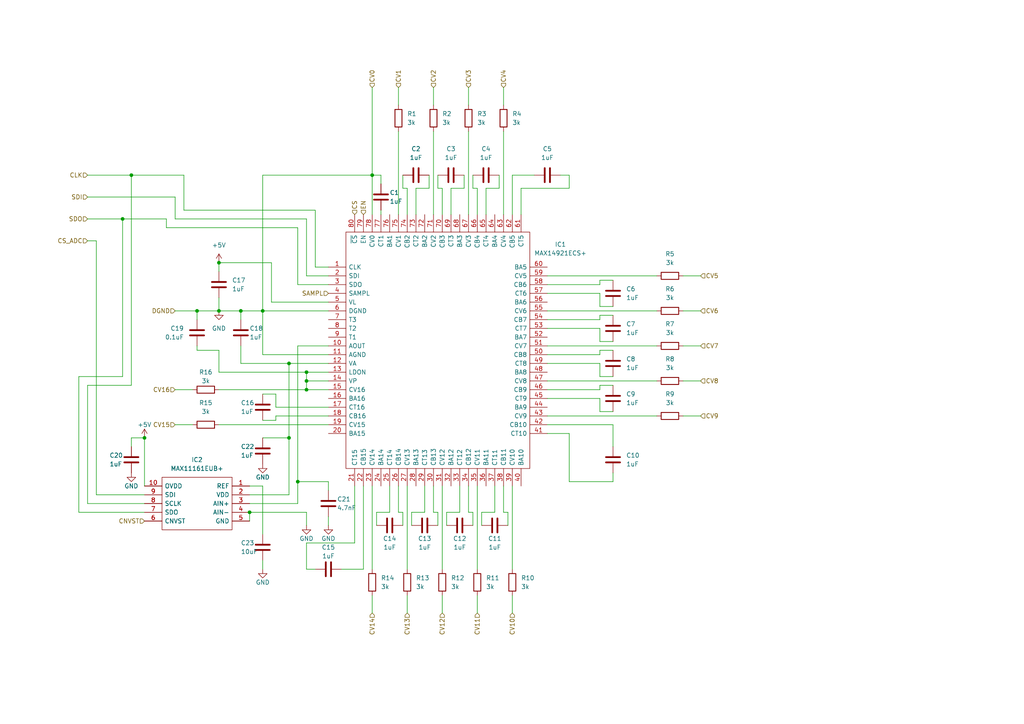
<source format=kicad_sch>
(kicad_sch (version 20211123) (generator eeschema)

  (uuid 5baeeba8-1ac7-4a64-bcd0-978e3aaac51c)

  (paper "A4")

  (title_block
    (title "MAX14921 Monitoring IC")
    (date "2024-07-13")
    (rev "R02")
    (company "Group 4")
  )

  (lib_symbols
    (symbol "Device:C" (pin_numbers hide) (pin_names (offset 0.254)) (in_bom yes) (on_board yes)
      (property "Reference" "C" (id 0) (at 0.635 2.54 0)
        (effects (font (size 1.27 1.27)) (justify left))
      )
      (property "Value" "C" (id 1) (at 0.635 -2.54 0)
        (effects (font (size 1.27 1.27)) (justify left))
      )
      (property "Footprint" "" (id 2) (at 0.9652 -3.81 0)
        (effects (font (size 1.27 1.27)) hide)
      )
      (property "Datasheet" "~" (id 3) (at 0 0 0)
        (effects (font (size 1.27 1.27)) hide)
      )
      (property "ki_keywords" "cap capacitor" (id 4) (at 0 0 0)
        (effects (font (size 1.27 1.27)) hide)
      )
      (property "ki_description" "Unpolarized capacitor" (id 5) (at 0 0 0)
        (effects (font (size 1.27 1.27)) hide)
      )
      (property "ki_fp_filters" "C_*" (id 6) (at 0 0 0)
        (effects (font (size 1.27 1.27)) hide)
      )
      (symbol "C_0_1"
        (polyline
          (pts
            (xy -2.032 -0.762)
            (xy 2.032 -0.762)
          )
          (stroke (width 0.508) (type default) (color 0 0 0 0))
          (fill (type none))
        )
        (polyline
          (pts
            (xy -2.032 0.762)
            (xy 2.032 0.762)
          )
          (stroke (width 0.508) (type default) (color 0 0 0 0))
          (fill (type none))
        )
      )
      (symbol "C_1_1"
        (pin passive line (at 0 3.81 270) (length 2.794)
          (name "~" (effects (font (size 1.27 1.27))))
          (number "1" (effects (font (size 1.27 1.27))))
        )
        (pin passive line (at 0 -3.81 90) (length 2.794)
          (name "~" (effects (font (size 1.27 1.27))))
          (number "2" (effects (font (size 1.27 1.27))))
        )
      )
    )
    (symbol "Device:R" (pin_numbers hide) (pin_names (offset 0)) (in_bom yes) (on_board yes)
      (property "Reference" "R" (id 0) (at 2.032 0 90)
        (effects (font (size 1.27 1.27)))
      )
      (property "Value" "R" (id 1) (at 0 0 90)
        (effects (font (size 1.27 1.27)))
      )
      (property "Footprint" "" (id 2) (at -1.778 0 90)
        (effects (font (size 1.27 1.27)) hide)
      )
      (property "Datasheet" "~" (id 3) (at 0 0 0)
        (effects (font (size 1.27 1.27)) hide)
      )
      (property "ki_keywords" "R res resistor" (id 4) (at 0 0 0)
        (effects (font (size 1.27 1.27)) hide)
      )
      (property "ki_description" "Resistor" (id 5) (at 0 0 0)
        (effects (font (size 1.27 1.27)) hide)
      )
      (property "ki_fp_filters" "R_*" (id 6) (at 0 0 0)
        (effects (font (size 1.27 1.27)) hide)
      )
      (symbol "R_0_1"
        (rectangle (start -1.016 -2.54) (end 1.016 2.54)
          (stroke (width 0.254) (type default) (color 0 0 0 0))
          (fill (type none))
        )
      )
      (symbol "R_1_1"
        (pin passive line (at 0 3.81 270) (length 1.27)
          (name "~" (effects (font (size 1.27 1.27))))
          (number "1" (effects (font (size 1.27 1.27))))
        )
        (pin passive line (at 0 -3.81 90) (length 1.27)
          (name "~" (effects (font (size 1.27 1.27))))
          (number "2" (effects (font (size 1.27 1.27))))
        )
      )
    )
    (symbol "SamacSys_Parts:MAX11163EUB+" (pin_names (offset 0.762)) (in_bom yes) (on_board yes)
      (property "Reference" "IC" (id 0) (at 26.67 7.62 0)
        (effects (font (size 1.27 1.27)) (justify left))
      )
      (property "Value" "MAX11163EUB+" (id 1) (at 26.67 5.08 0)
        (effects (font (size 1.27 1.27)) (justify left))
      )
      (property "Footprint" "SOP50P490X110-10N" (id 2) (at 26.67 2.54 0)
        (effects (font (size 1.27 1.27)) (justify left) hide)
      )
      (property "Datasheet" "http://datasheets.maximintegrated.com/en/ds/MAX11163.pdf" (id 3) (at 26.67 0 0)
        (effects (font (size 1.27 1.27)) (justify left) hide)
      )
      (property "Description" "MAXIM INTEGRATED PRODUCTS - MAX11163EUB+ - ADC, 1-CH, SAR, 16BIT, 250KSPS, UMAX-10" (id 4) (at 26.67 -2.54 0)
        (effects (font (size 1.27 1.27)) (justify left) hide)
      )
      (property "Height" "1.1" (id 5) (at 26.67 -5.08 0)
        (effects (font (size 1.27 1.27)) (justify left) hide)
      )
      (property "Manufacturer_Name" "Maxim Integrated" (id 6) (at 26.67 -7.62 0)
        (effects (font (size 1.27 1.27)) (justify left) hide)
      )
      (property "Manufacturer_Part_Number" "MAX11163EUB+" (id 7) (at 26.67 -10.16 0)
        (effects (font (size 1.27 1.27)) (justify left) hide)
      )
      (property "Mouser Part Number" "700-MAX11163EUB+" (id 8) (at 26.67 -12.7 0)
        (effects (font (size 1.27 1.27)) (justify left) hide)
      )
      (property "Mouser Price/Stock" "https://www.mouser.co.uk/ProductDetail/Maxim-Integrated/MAX11163EUB%2b?qs=%2F1yZrGN5n%2FWNsbYdX6YgRg%3D%3D" (id 9) (at 26.67 -15.24 0)
        (effects (font (size 1.27 1.27)) (justify left) hide)
      )
      (property "Arrow Part Number" "" (id 10) (at 26.67 -17.78 0)
        (effects (font (size 1.27 1.27)) (justify left) hide)
      )
      (property "Arrow Price/Stock" "" (id 11) (at 26.67 -20.32 0)
        (effects (font (size 1.27 1.27)) (justify left) hide)
      )
      (property "Mouser Testing Part Number" "" (id 12) (at 26.67 -22.86 0)
        (effects (font (size 1.27 1.27)) (justify left) hide)
      )
      (property "Mouser Testing Price/Stock" "" (id 13) (at 26.67 -25.4 0)
        (effects (font (size 1.27 1.27)) (justify left) hide)
      )
      (property "ki_description" "MAXIM INTEGRATED PRODUCTS - MAX11163EUB+ - ADC, 1-CH, SAR, 16BIT, 250KSPS, UMAX-10" (id 14) (at 0 0 0)
        (effects (font (size 1.27 1.27)) hide)
      )
      (symbol "MAX11163EUB+_0_0"
        (pin passive line (at 0 0 0) (length 5.08)
          (name "REF" (effects (font (size 1.27 1.27))))
          (number "1" (effects (font (size 1.27 1.27))))
        )
        (pin passive line (at 30.48 0 180) (length 5.08)
          (name "OVDD" (effects (font (size 1.27 1.27))))
          (number "10" (effects (font (size 1.27 1.27))))
        )
        (pin passive line (at 0 -2.54 0) (length 5.08)
          (name "VDD" (effects (font (size 1.27 1.27))))
          (number "2" (effects (font (size 1.27 1.27))))
        )
        (pin passive line (at 0 -5.08 0) (length 5.08)
          (name "AIN+" (effects (font (size 1.27 1.27))))
          (number "3" (effects (font (size 1.27 1.27))))
        )
        (pin passive line (at 0 -7.62 0) (length 5.08)
          (name "AIN-" (effects (font (size 1.27 1.27))))
          (number "4" (effects (font (size 1.27 1.27))))
        )
        (pin passive line (at 0 -10.16 0) (length 5.08)
          (name "GND" (effects (font (size 1.27 1.27))))
          (number "5" (effects (font (size 1.27 1.27))))
        )
        (pin passive line (at 30.48 -10.16 180) (length 5.08)
          (name "CNVST" (effects (font (size 1.27 1.27))))
          (number "6" (effects (font (size 1.27 1.27))))
        )
        (pin passive line (at 30.48 -7.62 180) (length 5.08)
          (name "SDO" (effects (font (size 1.27 1.27))))
          (number "7" (effects (font (size 1.27 1.27))))
        )
        (pin passive line (at 30.48 -5.08 180) (length 5.08)
          (name "SCLK" (effects (font (size 1.27 1.27))))
          (number "8" (effects (font (size 1.27 1.27))))
        )
        (pin passive line (at 30.48 -2.54 180) (length 5.08)
          (name "SDI" (effects (font (size 1.27 1.27))))
          (number "9" (effects (font (size 1.27 1.27))))
        )
      )
      (symbol "MAX11163EUB+_0_1"
        (polyline
          (pts
            (xy 5.08 2.54)
            (xy 25.4 2.54)
            (xy 25.4 -12.7)
            (xy 5.08 -12.7)
            (xy 5.08 2.54)
          )
          (stroke (width 0.1524) (type default) (color 0 0 0 0))
          (fill (type none))
        )
      )
    )
    (symbol "SamacSys_Parts:MAX14921ECS+" (pin_names (offset 0.762)) (in_bom yes) (on_board yes)
      (property "Reference" "IC" (id 0) (at 59.69 15.24 0)
        (effects (font (size 1.27 1.27)) (justify left))
      )
      (property "Value" "MAX14921ECS+" (id 1) (at 59.69 12.7 0)
        (effects (font (size 1.27 1.27)) (justify left))
      )
      (property "Footprint" "QFP50P1400X1400X120-80N" (id 2) (at 59.69 10.16 0)
        (effects (font (size 1.27 1.27)) (justify left) hide)
      )
      (property "Datasheet" "http://pdfserv.maximintegrated.com/package_dwgs/21-0072.PDF" (id 3) (at 59.69 7.62 0)
        (effects (font (size 1.27 1.27)) (justify left) hide)
      )
      (property "Description" "MAXIM INTEGRATED PRODUCTS - MAX14921ECS+ - ANALOGUE FRONT END DEVICE, TQFP-80" (id 4) (at 59.69 5.08 0)
        (effects (font (size 1.27 1.27)) (justify left) hide)
      )
      (property "Height" "1.2" (id 5) (at 59.69 2.54 0)
        (effects (font (size 1.27 1.27)) (justify left) hide)
      )
      (property "Manufacturer_Name" "Maxim Integrated" (id 6) (at 59.69 0 0)
        (effects (font (size 1.27 1.27)) (justify left) hide)
      )
      (property "Manufacturer_Part_Number" "MAX14921ECS+" (id 7) (at 59.69 -2.54 0)
        (effects (font (size 1.27 1.27)) (justify left) hide)
      )
      (property "Mouser Part Number" "700-MAX14921ECS+" (id 8) (at 59.69 -5.08 0)
        (effects (font (size 1.27 1.27)) (justify left) hide)
      )
      (property "Mouser Price/Stock" "https://www.mouser.co.uk/ProductDetail/Maxim-Integrated/MAX14921ECS%2b?qs=Vwh6e7toGLhlnKi5DjCusg%3D%3D" (id 9) (at 59.69 -7.62 0)
        (effects (font (size 1.27 1.27)) (justify left) hide)
      )
      (property "Arrow Part Number" "" (id 10) (at 59.69 -10.16 0)
        (effects (font (size 1.27 1.27)) (justify left) hide)
      )
      (property "Arrow Price/Stock" "" (id 11) (at 59.69 -12.7 0)
        (effects (font (size 1.27 1.27)) (justify left) hide)
      )
      (property "Mouser Testing Part Number" "" (id 12) (at 59.69 -15.24 0)
        (effects (font (size 1.27 1.27)) (justify left) hide)
      )
      (property "Mouser Testing Price/Stock" "" (id 13) (at 59.69 -17.78 0)
        (effects (font (size 1.27 1.27)) (justify left) hide)
      )
      (property "ki_description" "MAXIM INTEGRATED PRODUCTS - MAX14921ECS+ - ANALOGUE FRONT END DEVICE, TQFP-80" (id 14) (at 0 0 0)
        (effects (font (size 1.27 1.27)) hide)
      )
      (symbol "MAX14921ECS+_0_0"
        (pin passive line (at 0 0 0) (length 5.08)
          (name "CLK" (effects (font (size 1.27 1.27))))
          (number "1" (effects (font (size 1.27 1.27))))
        )
        (pin passive line (at 0 -22.86 0) (length 5.08)
          (name "AOUT" (effects (font (size 1.27 1.27))))
          (number "10" (effects (font (size 1.27 1.27))))
        )
        (pin passive line (at 0 -25.4 0) (length 5.08)
          (name "AGND" (effects (font (size 1.27 1.27))))
          (number "11" (effects (font (size 1.27 1.27))))
        )
        (pin passive line (at 0 -27.94 0) (length 5.08)
          (name "VA" (effects (font (size 1.27 1.27))))
          (number "12" (effects (font (size 1.27 1.27))))
        )
        (pin passive line (at 0 -30.48 0) (length 5.08)
          (name "LDON" (effects (font (size 1.27 1.27))))
          (number "13" (effects (font (size 1.27 1.27))))
        )
        (pin passive line (at 0 -33.02 0) (length 5.08)
          (name "VP" (effects (font (size 1.27 1.27))))
          (number "14" (effects (font (size 1.27 1.27))))
        )
        (pin passive line (at 0 -35.56 0) (length 5.08)
          (name "CV16" (effects (font (size 1.27 1.27))))
          (number "15" (effects (font (size 1.27 1.27))))
        )
        (pin passive line (at 0 -38.1 0) (length 5.08)
          (name "BA16" (effects (font (size 1.27 1.27))))
          (number "16" (effects (font (size 1.27 1.27))))
        )
        (pin passive line (at 0 -40.64 0) (length 5.08)
          (name "CT16" (effects (font (size 1.27 1.27))))
          (number "17" (effects (font (size 1.27 1.27))))
        )
        (pin passive line (at 0 -43.18 0) (length 5.08)
          (name "CB16" (effects (font (size 1.27 1.27))))
          (number "18" (effects (font (size 1.27 1.27))))
        )
        (pin passive line (at 0 -45.72 0) (length 5.08)
          (name "CV15" (effects (font (size 1.27 1.27))))
          (number "19" (effects (font (size 1.27 1.27))))
        )
        (pin passive line (at 0 -2.54 0) (length 5.08)
          (name "SDI" (effects (font (size 1.27 1.27))))
          (number "2" (effects (font (size 1.27 1.27))))
        )
        (pin passive line (at 0 -48.26 0) (length 5.08)
          (name "BA15" (effects (font (size 1.27 1.27))))
          (number "20" (effects (font (size 1.27 1.27))))
        )
        (pin passive line (at 7.62 -63.5 90) (length 5.08)
          (name "CT15" (effects (font (size 1.27 1.27))))
          (number "21" (effects (font (size 1.27 1.27))))
        )
        (pin passive line (at 10.16 -63.5 90) (length 5.08)
          (name "CB15" (effects (font (size 1.27 1.27))))
          (number "22" (effects (font (size 1.27 1.27))))
        )
        (pin passive line (at 12.7 -63.5 90) (length 5.08)
          (name "CV14" (effects (font (size 1.27 1.27))))
          (number "23" (effects (font (size 1.27 1.27))))
        )
        (pin passive line (at 15.24 -63.5 90) (length 5.08)
          (name "BA14" (effects (font (size 1.27 1.27))))
          (number "24" (effects (font (size 1.27 1.27))))
        )
        (pin passive line (at 17.78 -63.5 90) (length 5.08)
          (name "CT14" (effects (font (size 1.27 1.27))))
          (number "25" (effects (font (size 1.27 1.27))))
        )
        (pin passive line (at 20.32 -63.5 90) (length 5.08)
          (name "CB14" (effects (font (size 1.27 1.27))))
          (number "26" (effects (font (size 1.27 1.27))))
        )
        (pin passive line (at 22.86 -63.5 90) (length 5.08)
          (name "CV13" (effects (font (size 1.27 1.27))))
          (number "27" (effects (font (size 1.27 1.27))))
        )
        (pin passive line (at 25.4 -63.5 90) (length 5.08)
          (name "BA13" (effects (font (size 1.27 1.27))))
          (number "28" (effects (font (size 1.27 1.27))))
        )
        (pin passive line (at 27.94 -63.5 90) (length 5.08)
          (name "CT13" (effects (font (size 1.27 1.27))))
          (number "29" (effects (font (size 1.27 1.27))))
        )
        (pin passive line (at 0 -5.08 0) (length 5.08)
          (name "SDO" (effects (font (size 1.27 1.27))))
          (number "3" (effects (font (size 1.27 1.27))))
        )
        (pin passive line (at 30.48 -63.5 90) (length 5.08)
          (name "CB13" (effects (font (size 1.27 1.27))))
          (number "30" (effects (font (size 1.27 1.27))))
        )
        (pin passive line (at 33.02 -63.5 90) (length 5.08)
          (name "CV12" (effects (font (size 1.27 1.27))))
          (number "31" (effects (font (size 1.27 1.27))))
        )
        (pin passive line (at 35.56 -63.5 90) (length 5.08)
          (name "BA12" (effects (font (size 1.27 1.27))))
          (number "32" (effects (font (size 1.27 1.27))))
        )
        (pin passive line (at 38.1 -63.5 90) (length 5.08)
          (name "CT12" (effects (font (size 1.27 1.27))))
          (number "33" (effects (font (size 1.27 1.27))))
        )
        (pin passive line (at 40.64 -63.5 90) (length 5.08)
          (name "CB12" (effects (font (size 1.27 1.27))))
          (number "34" (effects (font (size 1.27 1.27))))
        )
        (pin passive line (at 43.18 -63.5 90) (length 5.08)
          (name "CV11" (effects (font (size 1.27 1.27))))
          (number "35" (effects (font (size 1.27 1.27))))
        )
        (pin passive line (at 45.72 -63.5 90) (length 5.08)
          (name "BA11" (effects (font (size 1.27 1.27))))
          (number "36" (effects (font (size 1.27 1.27))))
        )
        (pin passive line (at 48.26 -63.5 90) (length 5.08)
          (name "CT11" (effects (font (size 1.27 1.27))))
          (number "37" (effects (font (size 1.27 1.27))))
        )
        (pin passive line (at 50.8 -63.5 90) (length 5.08)
          (name "CB11" (effects (font (size 1.27 1.27))))
          (number "38" (effects (font (size 1.27 1.27))))
        )
        (pin passive line (at 53.34 -63.5 90) (length 5.08)
          (name "CV10" (effects (font (size 1.27 1.27))))
          (number "39" (effects (font (size 1.27 1.27))))
        )
        (pin passive line (at 0 -7.62 0) (length 5.08)
          (name "SAMPL" (effects (font (size 1.27 1.27))))
          (number "4" (effects (font (size 1.27 1.27))))
        )
        (pin passive line (at 55.88 -63.5 90) (length 5.08)
          (name "BA10" (effects (font (size 1.27 1.27))))
          (number "40" (effects (font (size 1.27 1.27))))
        )
        (pin passive line (at 63.5 -48.26 180) (length 5.08)
          (name "CT10" (effects (font (size 1.27 1.27))))
          (number "41" (effects (font (size 1.27 1.27))))
        )
        (pin passive line (at 63.5 -45.72 180) (length 5.08)
          (name "CB10" (effects (font (size 1.27 1.27))))
          (number "42" (effects (font (size 1.27 1.27))))
        )
        (pin passive line (at 63.5 -43.18 180) (length 5.08)
          (name "CV9" (effects (font (size 1.27 1.27))))
          (number "43" (effects (font (size 1.27 1.27))))
        )
        (pin passive line (at 63.5 -40.64 180) (length 5.08)
          (name "BA9" (effects (font (size 1.27 1.27))))
          (number "44" (effects (font (size 1.27 1.27))))
        )
        (pin passive line (at 63.5 -38.1 180) (length 5.08)
          (name "CT9" (effects (font (size 1.27 1.27))))
          (number "45" (effects (font (size 1.27 1.27))))
        )
        (pin passive line (at 63.5 -35.56 180) (length 5.08)
          (name "CB9" (effects (font (size 1.27 1.27))))
          (number "46" (effects (font (size 1.27 1.27))))
        )
        (pin passive line (at 63.5 -33.02 180) (length 5.08)
          (name "CV8" (effects (font (size 1.27 1.27))))
          (number "47" (effects (font (size 1.27 1.27))))
        )
        (pin passive line (at 63.5 -30.48 180) (length 5.08)
          (name "BA8" (effects (font (size 1.27 1.27))))
          (number "48" (effects (font (size 1.27 1.27))))
        )
        (pin passive line (at 63.5 -27.94 180) (length 5.08)
          (name "CT8" (effects (font (size 1.27 1.27))))
          (number "49" (effects (font (size 1.27 1.27))))
        )
        (pin passive line (at 0 -10.16 0) (length 5.08)
          (name "VL" (effects (font (size 1.27 1.27))))
          (number "5" (effects (font (size 1.27 1.27))))
        )
        (pin passive line (at 63.5 -25.4 180) (length 5.08)
          (name "CB8" (effects (font (size 1.27 1.27))))
          (number "50" (effects (font (size 1.27 1.27))))
        )
        (pin passive line (at 63.5 -22.86 180) (length 5.08)
          (name "CV7" (effects (font (size 1.27 1.27))))
          (number "51" (effects (font (size 1.27 1.27))))
        )
        (pin passive line (at 63.5 -20.32 180) (length 5.08)
          (name "BA7" (effects (font (size 1.27 1.27))))
          (number "52" (effects (font (size 1.27 1.27))))
        )
        (pin passive line (at 63.5 -17.78 180) (length 5.08)
          (name "CT7" (effects (font (size 1.27 1.27))))
          (number "53" (effects (font (size 1.27 1.27))))
        )
        (pin passive line (at 63.5 -15.24 180) (length 5.08)
          (name "CB7" (effects (font (size 1.27 1.27))))
          (number "54" (effects (font (size 1.27 1.27))))
        )
        (pin passive line (at 63.5 -12.7 180) (length 5.08)
          (name "CV6" (effects (font (size 1.27 1.27))))
          (number "55" (effects (font (size 1.27 1.27))))
        )
        (pin passive line (at 63.5 -10.16 180) (length 5.08)
          (name "BA6" (effects (font (size 1.27 1.27))))
          (number "56" (effects (font (size 1.27 1.27))))
        )
        (pin passive line (at 63.5 -7.62 180) (length 5.08)
          (name "CT6" (effects (font (size 1.27 1.27))))
          (number "57" (effects (font (size 1.27 1.27))))
        )
        (pin passive line (at 63.5 -5.08 180) (length 5.08)
          (name "CB6" (effects (font (size 1.27 1.27))))
          (number "58" (effects (font (size 1.27 1.27))))
        )
        (pin passive line (at 63.5 -2.54 180) (length 5.08)
          (name "CV5" (effects (font (size 1.27 1.27))))
          (number "59" (effects (font (size 1.27 1.27))))
        )
        (pin passive line (at 0 -12.7 0) (length 5.08)
          (name "DGND" (effects (font (size 1.27 1.27))))
          (number "6" (effects (font (size 1.27 1.27))))
        )
        (pin passive line (at 63.5 0 180) (length 5.08)
          (name "BA5" (effects (font (size 1.27 1.27))))
          (number "60" (effects (font (size 1.27 1.27))))
        )
        (pin passive line (at 55.88 15.24 270) (length 5.08)
          (name "CT5" (effects (font (size 1.27 1.27))))
          (number "61" (effects (font (size 1.27 1.27))))
        )
        (pin passive line (at 53.34 15.24 270) (length 5.08)
          (name "CB5" (effects (font (size 1.27 1.27))))
          (number "62" (effects (font (size 1.27 1.27))))
        )
        (pin passive line (at 50.8 15.24 270) (length 5.08)
          (name "CV4" (effects (font (size 1.27 1.27))))
          (number "63" (effects (font (size 1.27 1.27))))
        )
        (pin passive line (at 48.26 15.24 270) (length 5.08)
          (name "BA4" (effects (font (size 1.27 1.27))))
          (number "64" (effects (font (size 1.27 1.27))))
        )
        (pin passive line (at 45.72 15.24 270) (length 5.08)
          (name "CT4" (effects (font (size 1.27 1.27))))
          (number "65" (effects (font (size 1.27 1.27))))
        )
        (pin passive line (at 43.18 15.24 270) (length 5.08)
          (name "CB4" (effects (font (size 1.27 1.27))))
          (number "66" (effects (font (size 1.27 1.27))))
        )
        (pin passive line (at 40.64 15.24 270) (length 5.08)
          (name "CV3" (effects (font (size 1.27 1.27))))
          (number "67" (effects (font (size 1.27 1.27))))
        )
        (pin passive line (at 38.1 15.24 270) (length 5.08)
          (name "BA3" (effects (font (size 1.27 1.27))))
          (number "68" (effects (font (size 1.27 1.27))))
        )
        (pin passive line (at 35.56 15.24 270) (length 5.08)
          (name "CT3" (effects (font (size 1.27 1.27))))
          (number "69" (effects (font (size 1.27 1.27))))
        )
        (pin passive line (at 0 -15.24 0) (length 5.08)
          (name "T3" (effects (font (size 1.27 1.27))))
          (number "7" (effects (font (size 1.27 1.27))))
        )
        (pin passive line (at 33.02 15.24 270) (length 5.08)
          (name "CB3" (effects (font (size 1.27 1.27))))
          (number "70" (effects (font (size 1.27 1.27))))
        )
        (pin passive line (at 30.48 15.24 270) (length 5.08)
          (name "CV2" (effects (font (size 1.27 1.27))))
          (number "71" (effects (font (size 1.27 1.27))))
        )
        (pin passive line (at 27.94 15.24 270) (length 5.08)
          (name "BA2" (effects (font (size 1.27 1.27))))
          (number "72" (effects (font (size 1.27 1.27))))
        )
        (pin passive line (at 25.4 15.24 270) (length 5.08)
          (name "CT2" (effects (font (size 1.27 1.27))))
          (number "73" (effects (font (size 1.27 1.27))))
        )
        (pin passive line (at 22.86 15.24 270) (length 5.08)
          (name "CB2" (effects (font (size 1.27 1.27))))
          (number "74" (effects (font (size 1.27 1.27))))
        )
        (pin passive line (at 20.32 15.24 270) (length 5.08)
          (name "CV1" (effects (font (size 1.27 1.27))))
          (number "75" (effects (font (size 1.27 1.27))))
        )
        (pin passive line (at 17.78 15.24 270) (length 5.08)
          (name "BA1" (effects (font (size 1.27 1.27))))
          (number "76" (effects (font (size 1.27 1.27))))
        )
        (pin passive line (at 15.24 15.24 270) (length 5.08)
          (name "CT1" (effects (font (size 1.27 1.27))))
          (number "77" (effects (font (size 1.27 1.27))))
        )
        (pin passive line (at 12.7 15.24 270) (length 5.08)
          (name "CV0" (effects (font (size 1.27 1.27))))
          (number "78" (effects (font (size 1.27 1.27))))
        )
        (pin passive line (at 10.16 15.24 270) (length 5.08)
          (name "EN" (effects (font (size 1.27 1.27))))
          (number "79" (effects (font (size 1.27 1.27))))
        )
        (pin passive line (at 0 -17.78 0) (length 5.08)
          (name "T2" (effects (font (size 1.27 1.27))))
          (number "8" (effects (font (size 1.27 1.27))))
        )
        (pin passive line (at 7.62 15.24 270) (length 5.08)
          (name "~{CS}" (effects (font (size 1.27 1.27))))
          (number "80" (effects (font (size 1.27 1.27))))
        )
        (pin passive line (at 0 -20.32 0) (length 5.08)
          (name "T1" (effects (font (size 1.27 1.27))))
          (number "9" (effects (font (size 1.27 1.27))))
        )
      )
      (symbol "MAX14921ECS+_0_1"
        (polyline
          (pts
            (xy 5.08 10.16)
            (xy 58.42 10.16)
            (xy 58.42 -58.42)
            (xy 5.08 -58.42)
            (xy 5.08 10.16)
          )
          (stroke (width 0.1524) (type default) (color 0 0 0 0))
          (fill (type none))
        )
      )
    )
    (symbol "power:+5V" (power) (pin_names (offset 0)) (in_bom yes) (on_board yes)
      (property "Reference" "#PWR" (id 0) (at 0 -3.81 0)
        (effects (font (size 1.27 1.27)) hide)
      )
      (property "Value" "+5V" (id 1) (at 0 3.556 0)
        (effects (font (size 1.27 1.27)))
      )
      (property "Footprint" "" (id 2) (at 0 0 0)
        (effects (font (size 1.27 1.27)) hide)
      )
      (property "Datasheet" "" (id 3) (at 0 0 0)
        (effects (font (size 1.27 1.27)) hide)
      )
      (property "ki_keywords" "power-flag" (id 4) (at 0 0 0)
        (effects (font (size 1.27 1.27)) hide)
      )
      (property "ki_description" "Power symbol creates a global label with name \"+5V\"" (id 5) (at 0 0 0)
        (effects (font (size 1.27 1.27)) hide)
      )
      (symbol "+5V_0_1"
        (polyline
          (pts
            (xy -0.762 1.27)
            (xy 0 2.54)
          )
          (stroke (width 0) (type default) (color 0 0 0 0))
          (fill (type none))
        )
        (polyline
          (pts
            (xy 0 0)
            (xy 0 2.54)
          )
          (stroke (width 0) (type default) (color 0 0 0 0))
          (fill (type none))
        )
        (polyline
          (pts
            (xy 0 2.54)
            (xy 0.762 1.27)
          )
          (stroke (width 0) (type default) (color 0 0 0 0))
          (fill (type none))
        )
      )
      (symbol "+5V_1_1"
        (pin power_in line (at 0 0 90) (length 0) hide
          (name "+5V" (effects (font (size 1.27 1.27))))
          (number "1" (effects (font (size 1.27 1.27))))
        )
      )
    )
    (symbol "power:GND" (power) (pin_names (offset 0)) (in_bom yes) (on_board yes)
      (property "Reference" "#PWR" (id 0) (at 0 -6.35 0)
        (effects (font (size 1.27 1.27)) hide)
      )
      (property "Value" "GND" (id 1) (at 0 -3.81 0)
        (effects (font (size 1.27 1.27)))
      )
      (property "Footprint" "" (id 2) (at 0 0 0)
        (effects (font (size 1.27 1.27)) hide)
      )
      (property "Datasheet" "" (id 3) (at 0 0 0)
        (effects (font (size 1.27 1.27)) hide)
      )
      (property "ki_keywords" "power-flag" (id 4) (at 0 0 0)
        (effects (font (size 1.27 1.27)) hide)
      )
      (property "ki_description" "Power symbol creates a global label with name \"GND\" , ground" (id 5) (at 0 0 0)
        (effects (font (size 1.27 1.27)) hide)
      )
      (symbol "GND_0_1"
        (polyline
          (pts
            (xy 0 0)
            (xy 0 -1.27)
            (xy 1.27 -1.27)
            (xy 0 -2.54)
            (xy -1.27 -1.27)
            (xy 0 -1.27)
          )
          (stroke (width 0) (type default) (color 0 0 0 0))
          (fill (type none))
        )
      )
      (symbol "GND_1_1"
        (pin power_in line (at 0 0 270) (length 0) hide
          (name "GND" (effects (font (size 1.27 1.27))))
          (number "1" (effects (font (size 1.27 1.27))))
        )
      )
    )
  )

  (junction (at 86.36 139.7) (diameter 0) (color 0 0 0 0)
    (uuid 0571e2b4-7e5a-4d6c-9a5a-295062dedb0e)
  )
  (junction (at 88.9 110.49) (diameter 0) (color 0 0 0 0)
    (uuid 10a9114f-0ce0-4779-a87f-632fd5d07696)
  )
  (junction (at 38.1 50.8) (diameter 0) (color 0 0 0 0)
    (uuid 1e045bc0-ea09-43e4-ae2e-1aff75a51b85)
  )
  (junction (at 83.82 127) (diameter 0) (color 0 0 0 0)
    (uuid 2e696972-21d2-412f-abbb-3c829f2e9362)
  )
  (junction (at 107.95 50.8) (diameter 0) (color 0 0 0 0)
    (uuid 2fa8b4c1-5bab-4ea7-945b-17be148eb6b3)
  )
  (junction (at 63.5 90.17) (diameter 0) (color 0 0 0 0)
    (uuid 3c3856af-ffb8-445f-869a-b404a2313880)
  )
  (junction (at 88.9 107.95) (diameter 0) (color 0 0 0 0)
    (uuid 64aeabdc-bccb-42b8-a347-95ffea5c9650)
  )
  (junction (at 57.15 90.17) (diameter 0) (color 0 0 0 0)
    (uuid 6a442cea-7c93-48f9-93a6-36b655c55d33)
  )
  (junction (at 69.85 90.17) (diameter 0) (color 0 0 0 0)
    (uuid 6db52744-8237-42f0-95a0-b8f77d73565b)
  )
  (junction (at 88.9 113.03) (diameter 0) (color 0 0 0 0)
    (uuid 976144a1-9c85-44c9-99ec-1087bd64d9d1)
  )
  (junction (at 83.82 105.41) (diameter 0) (color 0 0 0 0)
    (uuid 9e9a9a69-e354-452f-96df-97efc37e137f)
  )
  (junction (at 63.5 76.2) (diameter 0) (color 0 0 0 0)
    (uuid a39facac-1b45-4633-8878-bed6f80bbf26)
  )
  (junction (at 41.91 127) (diameter 0) (color 0 0 0 0)
    (uuid c0743fe7-2779-4f45-9cb1-fa3f96c7919c)
  )
  (junction (at 35.56 63.5) (diameter 0) (color 0 0 0 0)
    (uuid c1024904-65bf-4a6c-b3ab-eaf6f11dfe23)
  )
  (junction (at 72.39 148.59) (diameter 0) (color 0 0 0 0)
    (uuid e92888a7-9446-427c-9242-45836476b6be)
  )
  (junction (at 76.2 90.17) (diameter 0) (color 0 0 0 0)
    (uuid f072943e-a859-478d-bb23-fb074f5db7a8)
  )

  (wire (pts (xy 86.36 100.33) (xy 95.25 100.33))
    (stroke (width 0) (type default) (color 0 0 0 0))
    (uuid 00c56fd9-b89e-4704-823f-6234494b4320)
  )
  (wire (pts (xy 88.9 107.95) (xy 88.9 110.49))
    (stroke (width 0) (type default) (color 0 0 0 0))
    (uuid 03dd2d9e-15e9-4c3a-bc92-c647270e7fe3)
  )
  (wire (pts (xy 22.86 109.22) (xy 35.56 109.22))
    (stroke (width 0) (type default) (color 0 0 0 0))
    (uuid 04714bb2-4a0a-475d-9620-48f6bb73ed62)
  )
  (wire (pts (xy 88.9 63.5) (xy 50.8 63.5))
    (stroke (width 0) (type default) (color 0 0 0 0))
    (uuid 082e544f-08d1-4951-a0ba-1f859d9e0a9e)
  )
  (wire (pts (xy 173.99 115.57) (xy 173.99 119.38))
    (stroke (width 0) (type default) (color 0 0 0 0))
    (uuid 08550853-c3e8-42fe-8c71-f95a34c0ef5f)
  )
  (wire (pts (xy 57.15 100.33) (xy 57.15 101.6))
    (stroke (width 0) (type default) (color 0 0 0 0))
    (uuid 09b0222a-d937-4827-a6bd-a18435f939d7)
  )
  (wire (pts (xy 123.19 148.59) (xy 119.38 148.59))
    (stroke (width 0) (type default) (color 0 0 0 0))
    (uuid 0b41be57-226c-4d6e-8f87-68ddc5008145)
  )
  (wire (pts (xy 115.57 25.4) (xy 115.57 30.48))
    (stroke (width 0) (type default) (color 0 0 0 0))
    (uuid 0cdc76c7-32d5-4f88-9f1c-7697dfe3dd89)
  )
  (wire (pts (xy 146.05 148.59) (xy 147.32 148.59))
    (stroke (width 0) (type default) (color 0 0 0 0))
    (uuid 0e6a83d6-7b04-4627-8c27-b7e9ed5c36e8)
  )
  (wire (pts (xy 165.1 54.61) (xy 165.1 50.8))
    (stroke (width 0) (type default) (color 0 0 0 0))
    (uuid 0e897b20-c202-451f-b101-e9007477752e)
  )
  (wire (pts (xy 102.87 157.48) (xy 102.87 140.97))
    (stroke (width 0) (type default) (color 0 0 0 0))
    (uuid 0ebf7aad-4745-4e30-9f0a-168c72a7e40f)
  )
  (wire (pts (xy 57.15 101.6) (xy 63.5 101.6))
    (stroke (width 0) (type default) (color 0 0 0 0))
    (uuid 0f954cba-9432-487a-a4ae-720daffe436d)
  )
  (wire (pts (xy 110.49 60.96) (xy 110.49 62.23))
    (stroke (width 0) (type default) (color 0 0 0 0))
    (uuid 0fbe5c52-75e4-456e-a9ee-b0473c39e810)
  )
  (wire (pts (xy 125.73 140.97) (xy 125.73 148.59))
    (stroke (width 0) (type default) (color 0 0 0 0))
    (uuid 100e64fa-02b4-47c8-875a-1d2283b7931b)
  )
  (wire (pts (xy 57.15 90.17) (xy 63.5 90.17))
    (stroke (width 0) (type default) (color 0 0 0 0))
    (uuid 1090e833-142f-42f9-8b03-c7959d42b2ac)
  )
  (wire (pts (xy 124.46 50.8) (xy 124.46 54.61))
    (stroke (width 0) (type default) (color 0 0 0 0))
    (uuid 112cdae4-614b-4adb-9894-f3ae942f90dd)
  )
  (wire (pts (xy 124.46 54.61) (xy 120.65 54.61))
    (stroke (width 0) (type default) (color 0 0 0 0))
    (uuid 119da0aa-1785-4b3e-9ccb-9eec301b9a24)
  )
  (wire (pts (xy 116.84 148.59) (xy 116.84 152.4))
    (stroke (width 0) (type default) (color 0 0 0 0))
    (uuid 14512daf-1314-4b9e-8052-bed0ebfb0a4a)
  )
  (wire (pts (xy 198.12 120.65) (xy 203.2 120.65))
    (stroke (width 0) (type default) (color 0 0 0 0))
    (uuid 16557f45-074e-4b09-becc-1a82fd7a8c26)
  )
  (wire (pts (xy 173.99 113.03) (xy 173.99 111.76))
    (stroke (width 0) (type default) (color 0 0 0 0))
    (uuid 16f07a19-562f-4002-9902-8659a451abd2)
  )
  (wire (pts (xy 165.1 139.7) (xy 177.8 139.7))
    (stroke (width 0) (type default) (color 0 0 0 0))
    (uuid 19feae88-1773-4067-8aab-26376c516327)
  )
  (wire (pts (xy 138.43 172.72) (xy 138.43 177.8))
    (stroke (width 0) (type default) (color 0 0 0 0))
    (uuid 1e476ec5-2720-4380-98c5-b77a8a404eab)
  )
  (wire (pts (xy 107.95 140.97) (xy 107.95 165.1))
    (stroke (width 0) (type default) (color 0 0 0 0))
    (uuid 1f2bb0ae-f21d-4147-8bf9-439f0c871383)
  )
  (wire (pts (xy 63.5 101.6) (xy 63.5 107.95))
    (stroke (width 0) (type default) (color 0 0 0 0))
    (uuid 1f3bf839-c8ae-4ea6-baed-4be68bae40b2)
  )
  (wire (pts (xy 133.35 148.59) (xy 129.54 148.59))
    (stroke (width 0) (type default) (color 0 0 0 0))
    (uuid 271fb833-3ecd-4316-8cfe-7980a556324f)
  )
  (wire (pts (xy 158.75 80.01) (xy 190.5 80.01))
    (stroke (width 0) (type default) (color 0 0 0 0))
    (uuid 277081a9-f894-4cc6-aade-dbfa7354c3c4)
  )
  (wire (pts (xy 144.78 50.8) (xy 144.78 54.61))
    (stroke (width 0) (type default) (color 0 0 0 0))
    (uuid 277ab8f6-7633-421f-a95d-b565108c40b6)
  )
  (wire (pts (xy 158.75 82.55) (xy 173.99 82.55))
    (stroke (width 0) (type default) (color 0 0 0 0))
    (uuid 289e21da-1e8c-401b-a175-bb11fdcbc5b1)
  )
  (wire (pts (xy 76.2 127) (xy 83.82 127))
    (stroke (width 0) (type default) (color 0 0 0 0))
    (uuid 2ab320dc-b782-43c8-8427-71a34ef2f69e)
  )
  (wire (pts (xy 83.82 127) (xy 83.82 105.41))
    (stroke (width 0) (type default) (color 0 0 0 0))
    (uuid 2aba13e2-1815-49c4-8cc9-57fb8a38a14d)
  )
  (wire (pts (xy 25.4 146.05) (xy 25.4 111.76))
    (stroke (width 0) (type default) (color 0 0 0 0))
    (uuid 2bf47f93-a2c9-4a6c-8a4a-4e9d202f8a6b)
  )
  (wire (pts (xy 38.1 127) (xy 41.91 127))
    (stroke (width 0) (type default) (color 0 0 0 0))
    (uuid 2df7aca5-ccd3-45da-8bad-e865ac9c216e)
  )
  (wire (pts (xy 63.5 76.2) (xy 63.5 78.74))
    (stroke (width 0) (type default) (color 0 0 0 0))
    (uuid 2f64cc31-8de4-4fd4-8e47-b6c7f5951e83)
  )
  (wire (pts (xy 80.01 114.3) (xy 80.01 118.11))
    (stroke (width 0) (type default) (color 0 0 0 0))
    (uuid 3146c74a-ee8a-453f-befd-760207e63d54)
  )
  (wire (pts (xy 86.36 139.7) (xy 86.36 100.33))
    (stroke (width 0) (type default) (color 0 0 0 0))
    (uuid 31a82b12-0fe7-4fa9-a323-5422c6a2bd94)
  )
  (wire (pts (xy 76.2 90.17) (xy 95.25 90.17))
    (stroke (width 0) (type default) (color 0 0 0 0))
    (uuid 358dc666-f0c2-4f89-9e9b-be8d62e4a1bc)
  )
  (wire (pts (xy 125.73 38.1) (xy 125.73 62.23))
    (stroke (width 0) (type default) (color 0 0 0 0))
    (uuid 371765f9-cd0b-4442-9dd0-af95cf65e234)
  )
  (wire (pts (xy 80.01 121.92) (xy 76.2 121.92))
    (stroke (width 0) (type default) (color 0 0 0 0))
    (uuid 376e69c9-e660-4fee-b149-3b8219c92651)
  )
  (wire (pts (xy 95.25 149.86) (xy 95.25 152.4))
    (stroke (width 0) (type default) (color 0 0 0 0))
    (uuid 37a1e505-1f5b-43a9-a180-248c3eef84db)
  )
  (wire (pts (xy 63.5 123.19) (xy 95.25 123.19))
    (stroke (width 0) (type default) (color 0 0 0 0))
    (uuid 37d8a9b0-62b4-42dd-bfdb-cc1898ebf925)
  )
  (wire (pts (xy 88.9 110.49) (xy 88.9 113.03))
    (stroke (width 0) (type default) (color 0 0 0 0))
    (uuid 384108e0-2b4b-4061-85f1-79802df6edd5)
  )
  (wire (pts (xy 53.34 60.96) (xy 53.34 50.8))
    (stroke (width 0) (type default) (color 0 0 0 0))
    (uuid 39ae9d7a-094b-488f-97dd-f6d455e0b44c)
  )
  (wire (pts (xy 135.89 148.59) (xy 137.16 148.59))
    (stroke (width 0) (type default) (color 0 0 0 0))
    (uuid 3a81966f-8f4f-48bb-9893-bcd5185e3a49)
  )
  (wire (pts (xy 110.49 50.8) (xy 107.95 50.8))
    (stroke (width 0) (type default) (color 0 0 0 0))
    (uuid 3baff137-a22e-4481-9e50-445a3fca660a)
  )
  (wire (pts (xy 118.11 140.97) (xy 118.11 165.1))
    (stroke (width 0) (type default) (color 0 0 0 0))
    (uuid 3c08022f-df7f-4b5c-8168-4eae4cb35854)
  )
  (wire (pts (xy 41.91 148.59) (xy 22.86 148.59))
    (stroke (width 0) (type default) (color 0 0 0 0))
    (uuid 3dcb1b56-43a6-4927-828d-14975b5eb6bb)
  )
  (wire (pts (xy 107.95 50.8) (xy 76.2 50.8))
    (stroke (width 0) (type default) (color 0 0 0 0))
    (uuid 40873941-7fd0-4c13-bca8-72c2f19c43b4)
  )
  (wire (pts (xy 138.43 54.61) (xy 138.43 62.23))
    (stroke (width 0) (type default) (color 0 0 0 0))
    (uuid 409d2b84-c548-4ee8-8738-45f3d3294ad5)
  )
  (wire (pts (xy 129.54 148.59) (xy 129.54 152.4))
    (stroke (width 0) (type default) (color 0 0 0 0))
    (uuid 41432ab0-2d1e-4a98-b800-6a48e72f7029)
  )
  (wire (pts (xy 25.4 57.15) (xy 50.8 57.15))
    (stroke (width 0) (type default) (color 0 0 0 0))
    (uuid 4319a3bc-04f3-4e9d-a860-9b789da51659)
  )
  (wire (pts (xy 95.25 142.24) (xy 95.25 139.7))
    (stroke (width 0) (type default) (color 0 0 0 0))
    (uuid 44403d01-9c43-411d-a4a6-72b73c354cc1)
  )
  (wire (pts (xy 88.9 113.03) (xy 95.25 113.03))
    (stroke (width 0) (type default) (color 0 0 0 0))
    (uuid 4548287d-54d7-41d7-adfb-3ea44aca98ae)
  )
  (wire (pts (xy 76.2 162.56) (xy 76.2 165.1))
    (stroke (width 0) (type default) (color 0 0 0 0))
    (uuid 465ee33f-6ebe-42e1-95d4-e2c64b88b505)
  )
  (wire (pts (xy 63.5 113.03) (xy 88.9 113.03))
    (stroke (width 0) (type default) (color 0 0 0 0))
    (uuid 477e3b9c-c91a-46c0-93b6-1bd04cadc5e4)
  )
  (wire (pts (xy 83.82 105.41) (xy 95.25 105.41))
    (stroke (width 0) (type default) (color 0 0 0 0))
    (uuid 480be71c-33eb-4f7e-9d55-de556e6b9304)
  )
  (wire (pts (xy 50.8 123.19) (xy 55.88 123.19))
    (stroke (width 0) (type default) (color 0 0 0 0))
    (uuid 484a9a72-a02d-4d09-ad69-574807f22533)
  )
  (wire (pts (xy 120.65 54.61) (xy 120.65 62.23))
    (stroke (width 0) (type default) (color 0 0 0 0))
    (uuid 4ba18fae-cf63-43fd-b1e8-a99be7aa8243)
  )
  (wire (pts (xy 173.99 102.87) (xy 173.99 101.6))
    (stroke (width 0) (type default) (color 0 0 0 0))
    (uuid 4c2aaf62-1e54-433e-8618-486a748e1801)
  )
  (wire (pts (xy 76.2 140.97) (xy 76.2 154.94))
    (stroke (width 0) (type default) (color 0 0 0 0))
    (uuid 4e23cbb2-7d55-4761-95fe-dd912fef305c)
  )
  (wire (pts (xy 50.8 90.17) (xy 57.15 90.17))
    (stroke (width 0) (type default) (color 0 0 0 0))
    (uuid 4ee6b8ad-bf6e-4125-8ee6-50f737560320)
  )
  (wire (pts (xy 144.78 54.61) (xy 140.97 54.61))
    (stroke (width 0) (type default) (color 0 0 0 0))
    (uuid 510199c5-0f9a-4782-8916-7bd24d1b95a4)
  )
  (wire (pts (xy 158.75 100.33) (xy 190.5 100.33))
    (stroke (width 0) (type default) (color 0 0 0 0))
    (uuid 5132d0fb-3ddf-446e-8fd3-e2d177819aad)
  )
  (wire (pts (xy 151.13 54.61) (xy 165.1 54.61))
    (stroke (width 0) (type default) (color 0 0 0 0))
    (uuid 51c3b353-d461-40ca-af93-12aefe686394)
  )
  (wire (pts (xy 69.85 105.41) (xy 83.82 105.41))
    (stroke (width 0) (type default) (color 0 0 0 0))
    (uuid 52541275-3c59-4fe4-b4ce-e9582a625092)
  )
  (wire (pts (xy 158.75 123.19) (xy 177.8 123.19))
    (stroke (width 0) (type default) (color 0 0 0 0))
    (uuid 52920782-60f2-48ff-bd25-0cc1d6a4f63e)
  )
  (wire (pts (xy 173.99 111.76) (xy 177.8 111.76))
    (stroke (width 0) (type default) (color 0 0 0 0))
    (uuid 54769eda-9906-47c8-9d80-5a867a095f69)
  )
  (wire (pts (xy 139.7 148.59) (xy 139.7 152.4))
    (stroke (width 0) (type default) (color 0 0 0 0))
    (uuid 563c2b1e-a329-430f-936b-0a502fde4e5f)
  )
  (wire (pts (xy 107.95 62.23) (xy 107.95 50.8))
    (stroke (width 0) (type default) (color 0 0 0 0))
    (uuid 5689a699-de0b-454f-acf1-102b8d3d31e9)
  )
  (wire (pts (xy 91.44 60.96) (xy 53.34 60.96))
    (stroke (width 0) (type default) (color 0 0 0 0))
    (uuid 56c0328f-c3ea-43aa-96bc-9d521d282948)
  )
  (wire (pts (xy 116.84 54.61) (xy 116.84 50.8))
    (stroke (width 0) (type default) (color 0 0 0 0))
    (uuid 59f22971-3435-445e-be4c-a0a7191747ad)
  )
  (wire (pts (xy 88.9 110.49) (xy 95.25 110.49))
    (stroke (width 0) (type default) (color 0 0 0 0))
    (uuid 5c95a0a6-abfc-4f16-acb1-0a34d0fdad7e)
  )
  (wire (pts (xy 128.27 172.72) (xy 128.27 177.8))
    (stroke (width 0) (type default) (color 0 0 0 0))
    (uuid 5c9b5c9f-0e44-4be3-8ccb-1d23e30f9b7c)
  )
  (wire (pts (xy 25.4 111.76) (xy 38.1 111.76))
    (stroke (width 0) (type default) (color 0 0 0 0))
    (uuid 5d5c14a7-f813-4eac-8433-294758652145)
  )
  (wire (pts (xy 50.8 63.5) (xy 50.8 57.15))
    (stroke (width 0) (type default) (color 0 0 0 0))
    (uuid 5d6865eb-1571-4836-9c08-7402cdcb14f4)
  )
  (wire (pts (xy 86.36 139.7) (xy 95.25 139.7))
    (stroke (width 0) (type default) (color 0 0 0 0))
    (uuid 5db4916f-db08-4e64-8cb8-29ad059ea205)
  )
  (wire (pts (xy 72.39 143.51) (xy 83.82 143.51))
    (stroke (width 0) (type default) (color 0 0 0 0))
    (uuid 5fcc3c3a-e5db-4184-bd15-83cafdeff553)
  )
  (wire (pts (xy 115.57 148.59) (xy 116.84 148.59))
    (stroke (width 0) (type default) (color 0 0 0 0))
    (uuid 60041f3c-6810-4edc-8fe2-5d4544c6ce9e)
  )
  (wire (pts (xy 158.75 120.65) (xy 190.5 120.65))
    (stroke (width 0) (type default) (color 0 0 0 0))
    (uuid 6008587f-cebb-414e-9909-5dee33102017)
  )
  (wire (pts (xy 148.59 62.23) (xy 148.59 50.8))
    (stroke (width 0) (type default) (color 0 0 0 0))
    (uuid 638cb5bd-dff6-4d33-8a4a-5a49990d6a75)
  )
  (wire (pts (xy 158.75 110.49) (xy 190.5 110.49))
    (stroke (width 0) (type default) (color 0 0 0 0))
    (uuid 638f093e-9614-4dd5-ab49-6a9872a5812e)
  )
  (wire (pts (xy 69.85 90.17) (xy 69.85 92.71))
    (stroke (width 0) (type default) (color 0 0 0 0))
    (uuid 66fcb2db-9dd0-420e-8f7e-c3ffe036f45b)
  )
  (wire (pts (xy 134.62 54.61) (xy 130.81 54.61))
    (stroke (width 0) (type default) (color 0 0 0 0))
    (uuid 6738a2d0-00eb-4d0c-b2f3-79be5c729f75)
  )
  (wire (pts (xy 38.1 129.54) (xy 38.1 127))
    (stroke (width 0) (type default) (color 0 0 0 0))
    (uuid 6870ef76-a99a-4c94-b2ae-a04321caa1fb)
  )
  (wire (pts (xy 135.89 38.1) (xy 135.89 62.23))
    (stroke (width 0) (type default) (color 0 0 0 0))
    (uuid 699236e1-7172-47a2-a28e-776590ff2ed4)
  )
  (wire (pts (xy 143.51 140.97) (xy 143.51 148.59))
    (stroke (width 0) (type default) (color 0 0 0 0))
    (uuid 69cf4fe4-5b39-4fc4-a7c7-2776e870c286)
  )
  (wire (pts (xy 134.62 50.8) (xy 134.62 54.61))
    (stroke (width 0) (type default) (color 0 0 0 0))
    (uuid 6f8f86e5-caa0-464d-9cf8-88f5ebd79186)
  )
  (wire (pts (xy 125.73 148.59) (xy 127 148.59))
    (stroke (width 0) (type default) (color 0 0 0 0))
    (uuid 70d2da86-6b64-48a5-9bd4-6914805231a3)
  )
  (wire (pts (xy 76.2 102.87) (xy 76.2 90.17))
    (stroke (width 0) (type default) (color 0 0 0 0))
    (uuid 71e82994-b42f-4f6c-b64b-6c2e301fefae)
  )
  (wire (pts (xy 78.74 87.63) (xy 78.74 76.2))
    (stroke (width 0) (type default) (color 0 0 0 0))
    (uuid 729eea6f-6eb7-4aba-8af5-5c2ac1988d0a)
  )
  (wire (pts (xy 173.99 101.6) (xy 177.8 101.6))
    (stroke (width 0) (type default) (color 0 0 0 0))
    (uuid 74853e16-2b07-46ae-8974-312c2b6eb7c4)
  )
  (wire (pts (xy 95.25 107.95) (xy 88.9 107.95))
    (stroke (width 0) (type default) (color 0 0 0 0))
    (uuid 74c07794-5173-419e-a644-d16b21a6b524)
  )
  (wire (pts (xy 107.95 172.72) (xy 107.95 177.8))
    (stroke (width 0) (type default) (color 0 0 0 0))
    (uuid 76225010-e043-48da-85a3-c5c675c35afa)
  )
  (wire (pts (xy 86.36 146.05) (xy 86.36 139.7))
    (stroke (width 0) (type default) (color 0 0 0 0))
    (uuid 76e60b34-a72c-4879-8958-1019f3d4e3aa)
  )
  (wire (pts (xy 25.4 69.85) (xy 27.94 69.85))
    (stroke (width 0) (type default) (color 0 0 0 0))
    (uuid 77793a36-065c-413a-89c5-2ef0541584af)
  )
  (wire (pts (xy 177.8 99.06) (xy 173.99 99.06))
    (stroke (width 0) (type default) (color 0 0 0 0))
    (uuid 79bd8f2f-4841-4eb7-af9f-1d8bc10d6400)
  )
  (wire (pts (xy 173.99 95.25) (xy 158.75 95.25))
    (stroke (width 0) (type default) (color 0 0 0 0))
    (uuid 7c854a3d-692f-4d04-9bcd-2fa1faa88236)
  )
  (wire (pts (xy 41.91 146.05) (xy 25.4 146.05))
    (stroke (width 0) (type default) (color 0 0 0 0))
    (uuid 7caa0a26-1ed2-44a3-9e19-c5c3899688f2)
  )
  (wire (pts (xy 125.73 25.4) (xy 125.73 30.48))
    (stroke (width 0) (type default) (color 0 0 0 0))
    (uuid 7d241240-65ab-4135-a3ad-e72cd183bb51)
  )
  (wire (pts (xy 173.99 85.09) (xy 158.75 85.09))
    (stroke (width 0) (type default) (color 0 0 0 0))
    (uuid 7d6d4968-3030-443b-ad7e-3bdcca22f301)
  )
  (wire (pts (xy 83.82 143.51) (xy 83.82 127))
    (stroke (width 0) (type default) (color 0 0 0 0))
    (uuid 7dd5e583-9e5d-4cc4-9fba-8ffcc5eb13a4)
  )
  (wire (pts (xy 105.41 140.97) (xy 105.41 165.1))
    (stroke (width 0) (type default) (color 0 0 0 0))
    (uuid 7e504773-def4-4a14-acaa-0da156a71446)
  )
  (wire (pts (xy 118.11 172.72) (xy 118.11 177.8))
    (stroke (width 0) (type default) (color 0 0 0 0))
    (uuid 806fb9e1-2c24-44b3-bce0-1db511cca2d9)
  )
  (wire (pts (xy 48.26 66.04) (xy 48.26 63.5))
    (stroke (width 0) (type default) (color 0 0 0 0))
    (uuid 810c7ce3-3f5d-4f05-a785-b81d4da559a3)
  )
  (wire (pts (xy 38.1 111.76) (xy 38.1 50.8))
    (stroke (width 0) (type default) (color 0 0 0 0))
    (uuid 823c0724-facd-4d96-b240-31d79fbbc611)
  )
  (wire (pts (xy 158.75 102.87) (xy 173.99 102.87))
    (stroke (width 0) (type default) (color 0 0 0 0))
    (uuid 84e4c5d7-9daa-4e33-a086-298e7cc2d349)
  )
  (wire (pts (xy 127 148.59) (xy 127 152.4))
    (stroke (width 0) (type default) (color 0 0 0 0))
    (uuid 85a6e10d-32a9-4405-ae4c-6e8e33f568ac)
  )
  (wire (pts (xy 25.4 50.8) (xy 38.1 50.8))
    (stroke (width 0) (type default) (color 0 0 0 0))
    (uuid 88b8ddd5-d204-4aa5-b787-ce467874af24)
  )
  (wire (pts (xy 128.27 140.97) (xy 128.27 165.1))
    (stroke (width 0) (type default) (color 0 0 0 0))
    (uuid 8a0e0833-df27-4feb-95ab-ee9173eb3e99)
  )
  (wire (pts (xy 173.99 119.38) (xy 177.8 119.38))
    (stroke (width 0) (type default) (color 0 0 0 0))
    (uuid 8a832748-88d1-4594-a9b5-39780ae19c71)
  )
  (wire (pts (xy 27.94 69.85) (xy 27.94 143.51))
    (stroke (width 0) (type default) (color 0 0 0 0))
    (uuid 8b50f0c4-559c-40a5-a2cf-b8b01b30fcc5)
  )
  (wire (pts (xy 80.01 118.11) (xy 95.25 118.11))
    (stroke (width 0) (type default) (color 0 0 0 0))
    (uuid 8c8e7820-be7c-42e6-b9fd-bd633c6bd4ca)
  )
  (wire (pts (xy 173.99 91.44) (xy 177.8 91.44))
    (stroke (width 0) (type default) (color 0 0 0 0))
    (uuid 8d47f79b-2a56-4690-aacd-18fb85d40338)
  )
  (wire (pts (xy 173.99 92.71) (xy 173.99 91.44))
    (stroke (width 0) (type default) (color 0 0 0 0))
    (uuid 8d760e05-bdd2-40f0-b1fd-5426d7e00a16)
  )
  (wire (pts (xy 148.59 172.72) (xy 148.59 177.8))
    (stroke (width 0) (type default) (color 0 0 0 0))
    (uuid 8e011386-a2a3-4612-9425-d0f577b4865f)
  )
  (wire (pts (xy 118.11 54.61) (xy 116.84 54.61))
    (stroke (width 0) (type default) (color 0 0 0 0))
    (uuid 92520e30-ecae-4b45-8510-5f7fcf62cea4)
  )
  (wire (pts (xy 140.97 54.61) (xy 140.97 62.23))
    (stroke (width 0) (type default) (color 0 0 0 0))
    (uuid 93753f90-0240-49ea-86f7-2460364b5799)
  )
  (wire (pts (xy 165.1 125.73) (xy 165.1 139.7))
    (stroke (width 0) (type default) (color 0 0 0 0))
    (uuid 93b65f91-41f1-4586-b854-9278ad3ef8c0)
  )
  (wire (pts (xy 115.57 140.97) (xy 115.57 148.59))
    (stroke (width 0) (type default) (color 0 0 0 0))
    (uuid 95827b4a-408c-41c4-b7ea-b646ab619db9)
  )
  (wire (pts (xy 198.12 110.49) (xy 203.2 110.49))
    (stroke (width 0) (type default) (color 0 0 0 0))
    (uuid 95f94f69-2440-4f5c-9a10-e66f5d3b2a4c)
  )
  (wire (pts (xy 88.9 80.01) (xy 88.9 63.5))
    (stroke (width 0) (type default) (color 0 0 0 0))
    (uuid 9660d21b-62da-44e4-ba94-241cb17e1324)
  )
  (wire (pts (xy 148.59 140.97) (xy 148.59 165.1))
    (stroke (width 0) (type default) (color 0 0 0 0))
    (uuid 9691dc1c-656e-4ac7-9143-75f5d1022cf5)
  )
  (wire (pts (xy 86.36 66.04) (xy 48.26 66.04))
    (stroke (width 0) (type default) (color 0 0 0 0))
    (uuid 96cddbbe-d677-4795-b810-b06a36554b21)
  )
  (wire (pts (xy 38.1 50.8) (xy 53.34 50.8))
    (stroke (width 0) (type default) (color 0 0 0 0))
    (uuid 97c46100-9f9f-4222-ae61-29c063d4538b)
  )
  (wire (pts (xy 95.25 80.01) (xy 88.9 80.01))
    (stroke (width 0) (type default) (color 0 0 0 0))
    (uuid 9823e64a-9caa-4d35-84bb-f61f403f1e45)
  )
  (wire (pts (xy 25.4 63.5) (xy 35.56 63.5))
    (stroke (width 0) (type default) (color 0 0 0 0))
    (uuid 98bde0d2-c0cc-4ed8-b4b2-786f6086f015)
  )
  (wire (pts (xy 115.57 38.1) (xy 115.57 62.23))
    (stroke (width 0) (type default) (color 0 0 0 0))
    (uuid 9f408b05-2234-4295-a5b8-5d024d3ac2bd)
  )
  (wire (pts (xy 86.36 82.55) (xy 86.36 66.04))
    (stroke (width 0) (type default) (color 0 0 0 0))
    (uuid a057a7c7-914c-418b-b8b5-07b05959659c)
  )
  (wire (pts (xy 91.44 165.1) (xy 88.9 165.1))
    (stroke (width 0) (type default) (color 0 0 0 0))
    (uuid a26f8a9e-f4a6-42ba-b1ad-572cade6ed7c)
  )
  (wire (pts (xy 50.8 113.03) (xy 55.88 113.03))
    (stroke (width 0) (type default) (color 0 0 0 0))
    (uuid a2b46be1-4838-415b-9df9-59857c3284b5)
  )
  (wire (pts (xy 143.51 148.59) (xy 139.7 148.59))
    (stroke (width 0) (type default) (color 0 0 0 0))
    (uuid a30dc2be-5b63-489b-9a25-2027bc1b4d17)
  )
  (wire (pts (xy 69.85 100.33) (xy 69.85 105.41))
    (stroke (width 0) (type default) (color 0 0 0 0))
    (uuid a35994ce-8fd7-4fba-8bdd-0f6767de9b15)
  )
  (wire (pts (xy 91.44 77.47) (xy 91.44 60.96))
    (stroke (width 0) (type default) (color 0 0 0 0))
    (uuid a6c7ad19-1b55-408a-af56-3f7e17105eea)
  )
  (wire (pts (xy 113.03 140.97) (xy 113.03 148.59))
    (stroke (width 0) (type default) (color 0 0 0 0))
    (uuid a7a825d9-147e-4c99-a543-3409380b5611)
  )
  (wire (pts (xy 173.99 105.41) (xy 158.75 105.41))
    (stroke (width 0) (type default) (color 0 0 0 0))
    (uuid a7e806d7-95a2-4480-a2e5-54b11dafc380)
  )
  (wire (pts (xy 78.74 76.2) (xy 63.5 76.2))
    (stroke (width 0) (type default) (color 0 0 0 0))
    (uuid ac987386-982a-4102-a06f-4b51861c8662)
  )
  (wire (pts (xy 80.01 120.65) (xy 80.01 121.92))
    (stroke (width 0) (type default) (color 0 0 0 0))
    (uuid ae134e3e-7a24-4407-adec-df9031390858)
  )
  (wire (pts (xy 95.25 102.87) (xy 76.2 102.87))
    (stroke (width 0) (type default) (color 0 0 0 0))
    (uuid afc8c248-b3b2-48d5-ab0c-889bc44bc1ea)
  )
  (wire (pts (xy 57.15 90.17) (xy 57.15 92.71))
    (stroke (width 0) (type default) (color 0 0 0 0))
    (uuid b0a7cba0-0a37-4216-8e84-12ed362e2e27)
  )
  (wire (pts (xy 63.5 107.95) (xy 88.9 107.95))
    (stroke (width 0) (type default) (color 0 0 0 0))
    (uuid b0fa854a-9072-46f1-a05a-d1166f1483da)
  )
  (wire (pts (xy 137.16 50.8) (xy 137.16 54.61))
    (stroke (width 0) (type default) (color 0 0 0 0))
    (uuid b153611a-92c7-4f19-8858-a0e424b48492)
  )
  (wire (pts (xy 107.95 25.4) (xy 107.95 50.8))
    (stroke (width 0) (type default) (color 0 0 0 0))
    (uuid b2c21718-1617-4c1d-9674-e4a29cde5c38)
  )
  (wire (pts (xy 95.25 87.63) (xy 78.74 87.63))
    (stroke (width 0) (type default) (color 0 0 0 0))
    (uuid b4fe7af2-e865-418a-bf48-edf3bea680c7)
  )
  (wire (pts (xy 133.35 140.97) (xy 133.35 148.59))
    (stroke (width 0) (type default) (color 0 0 0 0))
    (uuid b703f27d-a994-469f-8fc9-fb273758d363)
  )
  (wire (pts (xy 148.59 50.8) (xy 154.94 50.8))
    (stroke (width 0) (type default) (color 0 0 0 0))
    (uuid b8b59067-41a6-4753-b639-f65957bec6f7)
  )
  (wire (pts (xy 127 50.8) (xy 127 54.61))
    (stroke (width 0) (type default) (color 0 0 0 0))
    (uuid b923d20b-9976-464c-9c74-00a631c91f3d)
  )
  (wire (pts (xy 177.8 109.22) (xy 173.99 109.22))
    (stroke (width 0) (type default) (color 0 0 0 0))
    (uuid b9f03316-f617-4041-8a9d-19230759f352)
  )
  (wire (pts (xy 76.2 114.3) (xy 80.01 114.3))
    (stroke (width 0) (type default) (color 0 0 0 0))
    (uuid ba74c363-8127-403b-95db-33b6fd3ad7f6)
  )
  (wire (pts (xy 105.41 165.1) (xy 99.06 165.1))
    (stroke (width 0) (type default) (color 0 0 0 0))
    (uuid bb81b9fc-b10c-4e37-b745-d04dd4a210b3)
  )
  (wire (pts (xy 177.8 88.9) (xy 173.99 88.9))
    (stroke (width 0) (type default) (color 0 0 0 0))
    (uuid bbec8e98-d69c-41a7-8cf8-26a62fe1ba7d)
  )
  (wire (pts (xy 109.22 148.59) (xy 109.22 152.4))
    (stroke (width 0) (type default) (color 0 0 0 0))
    (uuid bc991362-041d-425b-9898-755a730da48a)
  )
  (wire (pts (xy 173.99 88.9) (xy 173.99 85.09))
    (stroke (width 0) (type default) (color 0 0 0 0))
    (uuid be04abae-5ce6-41ea-a6f5-971f2ca9907d)
  )
  (wire (pts (xy 158.75 125.73) (xy 165.1 125.73))
    (stroke (width 0) (type default) (color 0 0 0 0))
    (uuid c235515c-6872-4c60-9dbf-09c82a95f440)
  )
  (wire (pts (xy 95.25 82.55) (xy 86.36 82.55))
    (stroke (width 0) (type default) (color 0 0 0 0))
    (uuid c2f2f6e6-19e0-47c5-bc65-0c2a4afc5615)
  )
  (wire (pts (xy 158.75 90.17) (xy 190.5 90.17))
    (stroke (width 0) (type default) (color 0 0 0 0))
    (uuid c44f3130-5628-4b70-9b67-81af21bb9e95)
  )
  (wire (pts (xy 95.25 120.65) (xy 80.01 120.65))
    (stroke (width 0) (type default) (color 0 0 0 0))
    (uuid c6693d5b-359c-439c-9f25-b5a9e1313bf0)
  )
  (wire (pts (xy 35.56 63.5) (xy 48.26 63.5))
    (stroke (width 0) (type default) (color 0 0 0 0))
    (uuid c6d99131-bcfc-48e2-953d-059b8e463a0d)
  )
  (wire (pts (xy 72.39 146.05) (xy 86.36 146.05))
    (stroke (width 0) (type default) (color 0 0 0 0))
    (uuid c8e2d8fb-8b70-4e34-88d0-e4b67879fc94)
  )
  (wire (pts (xy 158.75 115.57) (xy 173.99 115.57))
    (stroke (width 0) (type default) (color 0 0 0 0))
    (uuid cd1fbae8-8f54-4812-a811-cfe23c15f86d)
  )
  (wire (pts (xy 177.8 139.7) (xy 177.8 137.16))
    (stroke (width 0) (type default) (color 0 0 0 0))
    (uuid cd943604-a435-42dc-a047-2de887231cf2)
  )
  (wire (pts (xy 63.5 86.36) (xy 63.5 90.17))
    (stroke (width 0) (type default) (color 0 0 0 0))
    (uuid cdbb4e80-ba51-45e3-bb4f-26591496a5dc)
  )
  (wire (pts (xy 88.9 157.48) (xy 102.87 157.48))
    (stroke (width 0) (type default) (color 0 0 0 0))
    (uuid cdee35e0-308c-43a7-81e3-c99ec603f892)
  )
  (wire (pts (xy 146.05 140.97) (xy 146.05 148.59))
    (stroke (width 0) (type default) (color 0 0 0 0))
    (uuid d00a27ef-8a04-435c-9260-14675d5ba737)
  )
  (wire (pts (xy 72.39 140.97) (xy 76.2 140.97))
    (stroke (width 0) (type default) (color 0 0 0 0))
    (uuid d07f634d-df86-4e8b-85d3-8ac81efbfb15)
  )
  (wire (pts (xy 72.39 148.59) (xy 88.9 148.59))
    (stroke (width 0) (type default) (color 0 0 0 0))
    (uuid d1b40be4-1d1c-474e-a42c-1c6a199438bf)
  )
  (wire (pts (xy 27.94 143.51) (xy 41.91 143.51))
    (stroke (width 0) (type default) (color 0 0 0 0))
    (uuid d7ac8bbc-1d1d-4a14-b3c5-7dc5d171e066)
  )
  (wire (pts (xy 137.16 148.59) (xy 137.16 152.4))
    (stroke (width 0) (type default) (color 0 0 0 0))
    (uuid d8689285-753a-4e4f-8bfe-dbffd5526e98)
  )
  (wire (pts (xy 146.05 38.1) (xy 146.05 62.23))
    (stroke (width 0) (type default) (color 0 0 0 0))
    (uuid d86bceab-d736-46ce-b39e-f4699b9a2cee)
  )
  (wire (pts (xy 138.43 140.97) (xy 138.43 165.1))
    (stroke (width 0) (type default) (color 0 0 0 0))
    (uuid d9905866-95ae-4407-bc7a-1275ca4885ac)
  )
  (wire (pts (xy 128.27 54.61) (xy 128.27 62.23))
    (stroke (width 0) (type default) (color 0 0 0 0))
    (uuid dabd8229-4c73-4350-b31c-7c95dfc5f7fa)
  )
  (wire (pts (xy 173.99 82.55) (xy 173.99 81.28))
    (stroke (width 0) (type default) (color 0 0 0 0))
    (uuid dfea351f-c7b4-41b7-82aa-0481f8d9f26f)
  )
  (wire (pts (xy 173.99 81.28) (xy 177.8 81.28))
    (stroke (width 0) (type default) (color 0 0 0 0))
    (uuid e019d522-56df-4e08-9d90-f13407cb1dad)
  )
  (wire (pts (xy 69.85 90.17) (xy 76.2 90.17))
    (stroke (width 0) (type default) (color 0 0 0 0))
    (uuid e0481253-7903-4de9-95c2-034afca21515)
  )
  (wire (pts (xy 110.49 53.34) (xy 110.49 50.8))
    (stroke (width 0) (type default) (color 0 0 0 0))
    (uuid e074a02f-dea6-44e0-8bf4-0da625ae1952)
  )
  (wire (pts (xy 137.16 54.61) (xy 138.43 54.61))
    (stroke (width 0) (type default) (color 0 0 0 0))
    (uuid e1033adf-2b5a-46e1-80ef-d4e3c77dc6c0)
  )
  (wire (pts (xy 158.75 113.03) (xy 173.99 113.03))
    (stroke (width 0) (type default) (color 0 0 0 0))
    (uuid e12fe648-6c83-4815-b3f0-d95b2324cda0)
  )
  (wire (pts (xy 173.99 109.22) (xy 173.99 105.41))
    (stroke (width 0) (type default) (color 0 0 0 0))
    (uuid e14166ff-2930-48cd-8055-de7fff1e29f8)
  )
  (wire (pts (xy 113.03 148.59) (xy 109.22 148.59))
    (stroke (width 0) (type default) (color 0 0 0 0))
    (uuid e22176a1-beb6-4b9f-b7bb-71d92114a2ba)
  )
  (wire (pts (xy 123.19 140.97) (xy 123.19 148.59))
    (stroke (width 0) (type default) (color 0 0 0 0))
    (uuid e272224b-80d7-4909-8d94-85259d6c28e1)
  )
  (wire (pts (xy 147.32 148.59) (xy 147.32 152.4))
    (stroke (width 0) (type default) (color 0 0 0 0))
    (uuid e4bd43db-4e84-48d3-8007-d6ab0511c721)
  )
  (wire (pts (xy 41.91 127) (xy 41.91 140.97))
    (stroke (width 0) (type default) (color 0 0 0 0))
    (uuid e5398625-4af0-42ba-bcda-1ac30588d6ff)
  )
  (wire (pts (xy 63.5 90.17) (xy 69.85 90.17))
    (stroke (width 0) (type default) (color 0 0 0 0))
    (uuid e59cbea3-d977-4473-b4b9-77dfef5d5919)
  )
  (wire (pts (xy 151.13 62.23) (xy 151.13 54.61))
    (stroke (width 0) (type default) (color 0 0 0 0))
    (uuid e7f66066-6deb-41eb-bf9b-d20e789a055a)
  )
  (wire (pts (xy 198.12 80.01) (xy 203.2 80.01))
    (stroke (width 0) (type default) (color 0 0 0 0))
    (uuid e82256b2-d9c8-4ca3-8026-471a09b7f072)
  )
  (wire (pts (xy 177.8 123.19) (xy 177.8 129.54))
    (stroke (width 0) (type default) (color 0 0 0 0))
    (uuid e867dcd4-cdb5-40bf-95e3-7be201001621)
  )
  (wire (pts (xy 118.11 62.23) (xy 118.11 54.61))
    (stroke (width 0) (type default) (color 0 0 0 0))
    (uuid ee545f18-3187-4139-b8bf-2b12f6fdc1c9)
  )
  (wire (pts (xy 88.9 165.1) (xy 88.9 157.48))
    (stroke (width 0) (type default) (color 0 0 0 0))
    (uuid eeef827f-ea23-4c23-b110-0b099e972143)
  )
  (wire (pts (xy 135.89 25.4) (xy 135.89 30.48))
    (stroke (width 0) (type default) (color 0 0 0 0))
    (uuid efbbd108-a9cb-4918-9472-949aa133a696)
  )
  (wire (pts (xy 35.56 109.22) (xy 35.56 63.5))
    (stroke (width 0) (type default) (color 0 0 0 0))
    (uuid f2eb294a-c67c-48ae-9d0b-745cfcbdad76)
  )
  (wire (pts (xy 173.99 99.06) (xy 173.99 95.25))
    (stroke (width 0) (type default) (color 0 0 0 0))
    (uuid f7b35ad2-f807-41f2-b774-3b977a9033a9)
  )
  (wire (pts (xy 119.38 148.59) (xy 119.38 152.4))
    (stroke (width 0) (type default) (color 0 0 0 0))
    (uuid f7c5a61a-26f2-44fc-b90e-654da490a582)
  )
  (wire (pts (xy 158.75 92.71) (xy 173.99 92.71))
    (stroke (width 0) (type default) (color 0 0 0 0))
    (uuid f840198a-ecb6-4c7a-b25b-572264ce2553)
  )
  (wire (pts (xy 76.2 50.8) (xy 76.2 90.17))
    (stroke (width 0) (type default) (color 0 0 0 0))
    (uuid f8c7554e-385c-4159-ba52-f1c0aacc79f7)
  )
  (wire (pts (xy 198.12 100.33) (xy 203.2 100.33))
    (stroke (width 0) (type default) (color 0 0 0 0))
    (uuid f8dd0aae-f4a1-4419-9938-ef53b5c20a1b)
  )
  (wire (pts (xy 88.9 148.59) (xy 88.9 152.4))
    (stroke (width 0) (type default) (color 0 0 0 0))
    (uuid f99cadf4-c43c-4602-930f-e281a0b6c92c)
  )
  (wire (pts (xy 95.25 77.47) (xy 91.44 77.47))
    (stroke (width 0) (type default) (color 0 0 0 0))
    (uuid fa5e68c3-e0dd-419f-9441-42a155e00666)
  )
  (wire (pts (xy 22.86 148.59) (xy 22.86 109.22))
    (stroke (width 0) (type default) (color 0 0 0 0))
    (uuid faae868f-b30f-4e4a-afec-a2040b77459a)
  )
  (wire (pts (xy 135.89 140.97) (xy 135.89 148.59))
    (stroke (width 0) (type default) (color 0 0 0 0))
    (uuid fb35fe51-c550-4788-a872-b3f87c6f706f)
  )
  (wire (pts (xy 130.81 54.61) (xy 130.81 62.23))
    (stroke (width 0) (type default) (color 0 0 0 0))
    (uuid fb89f586-a77c-4ccc-86f7-8d21975c2a6d)
  )
  (wire (pts (xy 146.05 25.4) (xy 146.05 30.48))
    (stroke (width 0) (type default) (color 0 0 0 0))
    (uuid fbb56895-d67d-4e46-a0cc-81f1b9d563e7)
  )
  (wire (pts (xy 165.1 50.8) (xy 162.56 50.8))
    (stroke (width 0) (type default) (color 0 0 0 0))
    (uuid fbd78365-2c14-4775-93c3-131bedc685c7)
  )
  (wire (pts (xy 72.39 148.59) (xy 72.39 151.13))
    (stroke (width 0) (type default) (color 0 0 0 0))
    (uuid fce9d39b-78f9-40fd-bdf4-f3a269845a43)
  )
  (wire (pts (xy 198.12 90.17) (xy 203.2 90.17))
    (stroke (width 0) (type default) (color 0 0 0 0))
    (uuid fda7aa00-5ee6-4c08-8c1a-159925b4af83)
  )
  (wire (pts (xy 127 54.61) (xy 128.27 54.61))
    (stroke (width 0) (type default) (color 0 0 0 0))
    (uuid fefedd9c-c301-47ec-8f9a-cda9d7f4e7f8)
  )

  (hierarchical_label "CV5" (shape input) (at 203.2 80.01 0)
    (effects (font (size 1.27 1.27)) (justify left))
    (uuid 0939cda1-28ef-44fd-9410-9c51f241e21d)
  )
  (hierarchical_label "SDI" (shape input) (at 25.4 57.15 180)
    (effects (font (size 1.27 1.27)) (justify right))
    (uuid 0ab26e43-1ee9-4152-9d54-6b41d15a1f2c)
  )
  (hierarchical_label "CNVST" (shape input) (at 41.91 151.13 180)
    (effects (font (size 1.27 1.27)) (justify right))
    (uuid 0d620089-f434-446c-9f7a-7a33f82b6fac)
  )
  (hierarchical_label "EN" (shape input) (at 105.41 62.23 90)
    (effects (font (size 1.27 1.27)) (justify left))
    (uuid 237f41d2-cefa-4309-b3e4-efd7d933400f)
  )
  (hierarchical_label "DGND" (shape input) (at 50.8 90.17 180)
    (effects (font (size 1.27 1.27)) (justify right))
    (uuid 27eb9351-f307-4b7f-af21-c72b4a8440e4)
  )
  (hierarchical_label "CV11" (shape input) (at 138.43 177.8 270)
    (effects (font (size 1.27 1.27)) (justify right))
    (uuid 2d85b27f-1cab-495d-8b21-40817f75ebf9)
  )
  (hierarchical_label "CV4" (shape input) (at 146.05 25.4 90)
    (effects (font (size 1.27 1.27)) (justify left))
    (uuid 34bf06c4-c11d-4706-89a1-5e03b78f424c)
  )
  (hierarchical_label "CV2" (shape input) (at 125.73 25.4 90)
    (effects (font (size 1.27 1.27)) (justify left))
    (uuid 3c336934-4f18-43ae-9644-350be607cdab)
  )
  (hierarchical_label "CV16" (shape input) (at 50.8 113.03 180)
    (effects (font (size 1.27 1.27)) (justify right))
    (uuid 45d81191-2856-41ea-a579-a292842bda19)
  )
  (hierarchical_label "CV6" (shape input) (at 203.2 90.17 0)
    (effects (font (size 1.27 1.27)) (justify left))
    (uuid 45eb2f04-572e-43a2-af55-0f1e4f0b219f)
  )
  (hierarchical_label "CV10" (shape input) (at 148.59 177.8 270)
    (effects (font (size 1.27 1.27)) (justify right))
    (uuid 5c1c60fb-e446-4d2e-9f91-267f3f0f62bc)
  )
  (hierarchical_label "CS" (shape input) (at 102.87 62.23 90)
    (effects (font (size 1.27 1.27)) (justify left))
    (uuid 6517958f-253b-4303-b3dd-2092915026ef)
  )
  (hierarchical_label "CV0" (shape input) (at 107.95 25.4 90)
    (effects (font (size 1.27 1.27)) (justify left))
    (uuid 66297854-0281-413c-9f86-ca0fc3496fc2)
  )
  (hierarchical_label "CS_ADC" (shape input) (at 25.4 69.85 180)
    (effects (font (size 1.27 1.27)) (justify right))
    (uuid 6e081042-27be-4509-872f-1f508ea8fe2c)
  )
  (hierarchical_label "SAMPL" (shape input) (at 95.25 85.09 180)
    (effects (font (size 1.27 1.27)) (justify right))
    (uuid 9e60fac0-a9d5-4065-97f3-d3a67f0f248c)
  )
  (hierarchical_label "CV3" (shape input) (at 135.89 25.4 90)
    (effects (font (size 1.27 1.27)) (justify left))
    (uuid 9eca8982-9788-4824-ac74-85326e4bb677)
  )
  (hierarchical_label "CV13" (shape input) (at 118.11 177.8 270)
    (effects (font (size 1.27 1.27)) (justify right))
    (uuid 9fa4723b-474b-4ca3-bc42-cf5dc0d6ef3f)
  )
  (hierarchical_label "CV8" (shape input) (at 203.2 110.49 0)
    (effects (font (size 1.27 1.27)) (justify left))
    (uuid bac98d01-0175-428c-8f95-42d0350ef482)
  )
  (hierarchical_label "CLK" (shape input) (at 25.4 50.8 180)
    (effects (font (size 1.27 1.27)) (justify right))
    (uuid c193d1d9-0d71-4102-951d-d5aa3422d4fc)
  )
  (hierarchical_label "CV15" (shape input) (at 50.8 123.19 180)
    (effects (font (size 1.27 1.27)) (justify right))
    (uuid c3ef84f8-aa73-4370-b85a-eaf68712b1c7)
  )
  (hierarchical_label "CV12" (shape input) (at 128.27 177.8 270)
    (effects (font (size 1.27 1.27)) (justify right))
    (uuid d323d805-9ff4-4a77-865e-ee7a203d8c72)
  )
  (hierarchical_label "CV14" (shape input) (at 107.95 177.8 270)
    (effects (font (size 1.27 1.27)) (justify right))
    (uuid d9a1da15-0d34-462c-9fee-00b28a28d977)
  )
  (hierarchical_label "CV9" (shape input) (at 203.2 120.65 0)
    (effects (font (size 1.27 1.27)) (justify left))
    (uuid e41c8cdc-2f70-4bc0-8b1f-a6fb364ac907)
  )
  (hierarchical_label "CV1" (shape input) (at 115.57 25.4 90)
    (effects (font (size 1.27 1.27)) (justify left))
    (uuid e4852075-6875-4f2d-8a92-fe5752378fb2)
  )
  (hierarchical_label "CV7" (shape input) (at 203.2 100.33 0)
    (effects (font (size 1.27 1.27)) (justify left))
    (uuid fd5bb801-ba17-4f6a-96e4-4b7714e95080)
  )
  (hierarchical_label "SDO" (shape input) (at 25.4 63.5 180)
    (effects (font (size 1.27 1.27)) (justify right))
    (uuid ffb336ff-d3da-4913-a5ae-574aea8e4bbe)
  )

  (symbol (lib_id "SamacSys_Parts:MAX11163EUB+") (at 72.39 140.97 0) (mirror y) (unit 1)
    (in_bom yes) (on_board yes) (fields_autoplaced)
    (uuid 04233f55-73e8-456f-b980-9a43d95b87a2)
    (property "Reference" "IC2" (id 0) (at 57.15 133.35 0))
    (property "Value" "MAX11161EUB+" (id 1) (at 57.15 135.89 0))
    (property "Footprint" "SamacSys_Parts:SOP50P490X110-10N" (id 2) (at 45.72 138.43 0)
      (effects (font (size 1.27 1.27)) (justify left) hide)
    )
    (property "Datasheet" "http://datasheets.maximintegrated.com/en/ds/MAX11163.pdf" (id 3) (at 45.72 140.97 0)
      (effects (font (size 1.27 1.27)) (justify left) hide)
    )
    (property "Description" "MAXIM INTEGRATED PRODUCTS - MAX11163EUB+ - ADC, 1-CH, SAR, 16BIT, 250KSPS, UMAX-10" (id 4) (at 45.72 143.51 0)
      (effects (font (size 1.27 1.27)) (justify left) hide)
    )
    (property "Height" "1.1" (id 5) (at 45.72 146.05 0)
      (effects (font (size 1.27 1.27)) (justify left) hide)
    )
    (property "Manufacturer_Name" "Maxim Integrated" (id 6) (at 45.72 148.59 0)
      (effects (font (size 1.27 1.27)) (justify left) hide)
    )
    (property "Manufacturer_Part_Number" "MAX11163EUB+" (id 7) (at 45.72 151.13 0)
      (effects (font (size 1.27 1.27)) (justify left) hide)
    )
    (property "Mouser Part Number" "700-MAX11163EUB+" (id 8) (at 45.72 153.67 0)
      (effects (font (size 1.27 1.27)) (justify left) hide)
    )
    (property "Mouser Price/Stock" "https://www.mouser.co.uk/ProductDetail/Maxim-Integrated/MAX11163EUB%2b?qs=%2F1yZrGN5n%2FWNsbYdX6YgRg%3D%3D" (id 9) (at 45.72 156.21 0)
      (effects (font (size 1.27 1.27)) (justify left) hide)
    )
    (property "Arrow Part Number" "" (id 10) (at 45.72 158.75 0)
      (effects (font (size 1.27 1.27)) (justify left) hide)
    )
    (property "Arrow Price/Stock" "" (id 11) (at 45.72 161.29 0)
      (effects (font (size 1.27 1.27)) (justify left) hide)
    )
    (property "Mouser Testing Part Number" "" (id 12) (at 45.72 163.83 0)
      (effects (font (size 1.27 1.27)) (justify left) hide)
    )
    (property "Mouser Testing Price/Stock" "" (id 13) (at 45.72 166.37 0)
      (effects (font (size 1.27 1.27)) (justify left) hide)
    )
    (pin "1" (uuid bfe77182-703d-45e7-b513-e1fbb79c03cb))
    (pin "10" (uuid 6ff39e62-2e77-4004-9786-f4406a98c8a1))
    (pin "2" (uuid f1e0198c-9926-45fe-ae53-641b17902fe0))
    (pin "3" (uuid a475f087-da41-467d-8d16-0d61d9767e6d))
    (pin "4" (uuid dc6a2299-5431-4c1e-bfd5-1781a1f34216))
    (pin "5" (uuid 7a68de5f-556d-43eb-8c67-026222598eef))
    (pin "6" (uuid 1d524ed0-8f02-438a-b99a-8ef603c3b9fd))
    (pin "7" (uuid 6a88d92b-feb5-4a22-bbc3-7529ee6711b6))
    (pin "8" (uuid dca32fb0-83fa-4914-9239-e694662d3980))
    (pin "9" (uuid 6014c361-15d9-43c1-a836-938473846846))
  )

  (symbol (lib_id "Device:C") (at 38.1 133.35 0) (unit 1)
    (in_bom yes) (on_board yes)
    (uuid 04af7dc0-e9da-46c3-b1dc-b967637117d2)
    (property "Reference" "C20" (id 0) (at 31.75 132.08 0)
      (effects (font (size 1.27 1.27)) (justify left))
    )
    (property "Value" "1uF" (id 1) (at 31.75 134.62 0)
      (effects (font (size 1.27 1.27)) (justify left))
    )
    (property "Footprint" "SamacSys_Parts:CAPC3216X180N" (id 2) (at 39.0652 137.16 0)
      (effects (font (size 1.27 1.27)) hide)
    )
    (property "Datasheet" "~" (id 3) (at 38.1 133.35 0)
      (effects (font (size 1.27 1.27)) hide)
    )
    (pin "1" (uuid 4b97ac24-28a1-40c5-b88c-607333332682))
    (pin "2" (uuid d32869aa-3be3-4a97-bd7e-cb9ce95f7480))
  )

  (symbol (lib_id "Device:C") (at 113.03 152.4 270) (unit 1)
    (in_bom yes) (on_board yes)
    (uuid 07ac75ec-1bfb-4c36-884d-06a5e879538a)
    (property "Reference" "C14" (id 0) (at 113.03 156.21 90))
    (property "Value" "1uF" (id 1) (at 113.03 158.75 90))
    (property "Footprint" "SamacSys_Parts:CAPC3216X180N" (id 2) (at 109.22 153.3652 0)
      (effects (font (size 1.27 1.27)) hide)
    )
    (property "Datasheet" "~" (id 3) (at 113.03 152.4 0)
      (effects (font (size 1.27 1.27)) hide)
    )
    (pin "1" (uuid 9baf47bf-1c8a-40f2-a16e-0da9f3fd082c))
    (pin "2" (uuid 535a8f1f-b79f-465b-b8b9-403e8f1ccba4))
  )

  (symbol (lib_id "Device:C") (at 143.51 152.4 90) (mirror x) (unit 1)
    (in_bom yes) (on_board yes)
    (uuid 0b79dec6-01a5-480c-ab6d-da544625c996)
    (property "Reference" "C11" (id 0) (at 143.51 156.21 90))
    (property "Value" "1uF" (id 1) (at 143.51 158.75 90))
    (property "Footprint" "SamacSys_Parts:CAPC3216X180N" (id 2) (at 147.32 153.3652 0)
      (effects (font (size 1.27 1.27)) hide)
    )
    (property "Datasheet" "~" (id 3) (at 143.51 152.4 0)
      (effects (font (size 1.27 1.27)) hide)
    )
    (pin "1" (uuid 499b3bf3-f43a-40f5-acce-3041dc8febf7))
    (pin "2" (uuid 7ed7511a-4d7b-4a06-b3bf-640f098304cc))
  )

  (symbol (lib_id "Device:C") (at 76.2 118.11 0) (unit 1)
    (in_bom yes) (on_board yes)
    (uuid 0fc777c4-e020-486a-bbf3-131b37282f7e)
    (property "Reference" "C16" (id 0) (at 69.85 116.84 0)
      (effects (font (size 1.27 1.27)) (justify left))
    )
    (property "Value" "1uF" (id 1) (at 69.85 119.38 0)
      (effects (font (size 1.27 1.27)) (justify left))
    )
    (property "Footprint" "SamacSys_Parts:CAPC3216X180N" (id 2) (at 77.1652 121.92 0)
      (effects (font (size 1.27 1.27)) hide)
    )
    (property "Datasheet" "~" (id 3) (at 76.2 118.11 0)
      (effects (font (size 1.27 1.27)) hide)
    )
    (pin "1" (uuid 43831b5b-fcff-44c6-a20f-c60c7cecee25))
    (pin "2" (uuid 57edfc29-2ed6-4d7c-bb27-a3e229af0b1f))
  )

  (symbol (lib_id "SamacSys_Parts:MAX14921ECS+") (at 95.25 77.47 0) (unit 1)
    (in_bom yes) (on_board yes) (fields_autoplaced)
    (uuid 1834a7c6-f900-495a-b1e5-d2fe1a30b645)
    (property "Reference" "IC1" (id 0) (at 162.56 70.8912 0))
    (property "Value" "MAX14921ECS+" (id 1) (at 162.56 73.4312 0))
    (property "Footprint" "SamacSys_Parts:QFP50P1400X1400X120-80N" (id 2) (at 154.94 67.31 0)
      (effects (font (size 1.27 1.27)) (justify left) hide)
    )
    (property "Datasheet" "http://pdfserv.maximintegrated.com/package_dwgs/21-0072.PDF" (id 3) (at 154.94 69.85 0)
      (effects (font (size 1.27 1.27)) (justify left) hide)
    )
    (property "Description" "MAXIM INTEGRATED PRODUCTS - MAX14921ECS+ - ANALOGUE FRONT END DEVICE, TQFP-80" (id 4) (at 154.94 72.39 0)
      (effects (font (size 1.27 1.27)) (justify left) hide)
    )
    (property "Height" "1.2" (id 5) (at 154.94 74.93 0)
      (effects (font (size 1.27 1.27)) (justify left) hide)
    )
    (property "Manufacturer_Name" "Maxim Integrated" (id 6) (at 154.94 77.47 0)
      (effects (font (size 1.27 1.27)) (justify left) hide)
    )
    (property "Manufacturer_Part_Number" "MAX14921ECS+" (id 7) (at 154.94 80.01 0)
      (effects (font (size 1.27 1.27)) (justify left) hide)
    )
    (property "Mouser Part Number" "700-MAX14921ECS+" (id 8) (at 154.94 82.55 0)
      (effects (font (size 1.27 1.27)) (justify left) hide)
    )
    (property "Mouser Price/Stock" "https://www.mouser.co.uk/ProductDetail/Maxim-Integrated/MAX14921ECS%2b?qs=Vwh6e7toGLhlnKi5DjCusg%3D%3D" (id 9) (at 154.94 85.09 0)
      (effects (font (size 1.27 1.27)) (justify left) hide)
    )
    (property "Arrow Part Number" "" (id 10) (at 154.94 87.63 0)
      (effects (font (size 1.27 1.27)) (justify left) hide)
    )
    (property "Arrow Price/Stock" "" (id 11) (at 154.94 90.17 0)
      (effects (font (size 1.27 1.27)) (justify left) hide)
    )
    (property "Mouser Testing Part Number" "" (id 12) (at 154.94 92.71 0)
      (effects (font (size 1.27 1.27)) (justify left) hide)
    )
    (property "Mouser Testing Price/Stock" "" (id 13) (at 154.94 95.25 0)
      (effects (font (size 1.27 1.27)) (justify left) hide)
    )
    (pin "1" (uuid 62713a61-272c-4c8e-870e-3ed647c95d6e))
    (pin "10" (uuid 1ff6275a-82bb-4bdd-9b80-1ba2728c34b6))
    (pin "11" (uuid b8dac6a9-dbbf-401a-80db-eb5397d021e2))
    (pin "12" (uuid 543b921e-8920-4c42-8e79-19ef2984a6f7))
    (pin "13" (uuid c34d1edb-6477-4143-b3c0-a8afe6e254b0))
    (pin "14" (uuid afebcc89-a447-4576-b2c6-bce20dadadca))
    (pin "15" (uuid 3d3a308e-358e-43fd-8b3a-72ee4749ef2f))
    (pin "16" (uuid 7dd4d0c5-ae91-4f89-b787-a718b300c090))
    (pin "17" (uuid 9778df7b-272b-4a92-90f5-179f6f2a8e98))
    (pin "18" (uuid c1976688-9ca0-422f-a38b-b5bb3053bd3e))
    (pin "19" (uuid 49ef74b7-6efe-4f3d-a2a7-344bc892d473))
    (pin "2" (uuid 9f6d3202-d1f6-4630-a7d2-d44a332531e4))
    (pin "20" (uuid d94a91fe-4a9f-466a-b4aa-3656d87b7757))
    (pin "21" (uuid 64463f25-c1d8-4cf8-a5f0-64384f971b18))
    (pin "22" (uuid 5f738186-a51b-47b2-8a2f-a9d8547dd4cc))
    (pin "23" (uuid 55210784-6677-40dd-a087-81caf99febb1))
    (pin "24" (uuid 0f8d75d7-02a7-43ac-afa8-558a103dee0c))
    (pin "25" (uuid 9730f52d-0fcc-44cb-a48b-d35598c0dee5))
    (pin "26" (uuid 1481f5ef-b42b-4987-9e95-d83f73b2a653))
    (pin "27" (uuid e0f9a3c3-1bee-4166-b6a2-59043f67d498))
    (pin "28" (uuid a12d6ab6-42af-4f29-a6cb-b3ae2ee86a68))
    (pin "29" (uuid 7e04fefe-6409-4c3a-97ca-9e5154029233))
    (pin "3" (uuid d7bb3bde-2dd2-4014-852b-4d8584b856b5))
    (pin "30" (uuid dbbc95da-561b-43c0-bb6d-0c508b003fe7))
    (pin "31" (uuid 81ae508b-9a53-468b-b00b-8894245fe964))
    (pin "32" (uuid 0a512f42-61af-4be2-90d4-cb7a521946dc))
    (pin "33" (uuid 1c3f06b1-a349-4c82-bbfe-9135cb18c10e))
    (pin "34" (uuid 1c076b7c-1999-4352-9be8-2fc55a2e000a))
    (pin "35" (uuid dab66554-a18f-4a0d-b9c6-397e49408534))
    (pin "36" (uuid 66e89537-644e-4331-b691-2d9009a4aa8a))
    (pin "37" (uuid a2d1e6be-4610-4578-9d30-fdef1e0b3b3b))
    (pin "38" (uuid 3cc3db82-8ef5-4579-aefd-822d9c13bcd5))
    (pin "39" (uuid c27731c2-1a5f-4b50-9b9a-ba85f92e20b3))
    (pin "4" (uuid 5b03d8b2-0120-4e72-a620-ce18c9e00041))
    (pin "40" (uuid 29abf986-a47e-43d6-ac73-f22eb76d2ac9))
    (pin "41" (uuid 1632d16f-f604-4b0d-be57-d2a3924b473e))
    (pin "42" (uuid 46d8897d-ad44-4210-83d1-ed4c3e02642a))
    (pin "43" (uuid 6ab8fea1-4c56-482e-9f7e-96be0d52d0bc))
    (pin "44" (uuid b0337e6a-4608-4f44-9179-a67703fe9996))
    (pin "45" (uuid d3f3d5ab-679d-480a-8b0a-5929c17c52e2))
    (pin "46" (uuid 7b1732d2-08bb-4fae-8642-d0997455f533))
    (pin "47" (uuid 98df9a66-84ac-4066-b099-60764d78975f))
    (pin "48" (uuid 361cade4-1dda-4450-b879-6dc56e513e70))
    (pin "49" (uuid f2c02e84-ff82-464f-abca-fb924ea8cd7c))
    (pin "5" (uuid 022847be-22ba-496b-aabe-41b052781a38))
    (pin "50" (uuid 597b862b-bffe-4e2d-824a-9eccf50fc6d6))
    (pin "51" (uuid e4de319d-1650-4a56-b946-c95dc4c60910))
    (pin "52" (uuid 1a4fc68e-84d6-4ea1-9c33-3e7249d946f7))
    (pin "53" (uuid d9e6f559-c8b6-418f-9d47-a2f322099516))
    (pin "54" (uuid 18704b7e-46dc-4229-b514-2d9e5e302486))
    (pin "55" (uuid 91b5afdd-3f52-4149-bb7f-4191a6c0876c))
    (pin "56" (uuid a84c3555-2ff5-4059-b67d-aa8940dbd5df))
    (pin "57" (uuid dbedb021-4d4b-4f8b-9dad-72ccad31b4c5))
    (pin "58" (uuid 826870f0-c74b-4f97-8a8d-bf750fee0786))
    (pin "59" (uuid e3b919ca-ba94-44d5-8ce0-601d19292592))
    (pin "6" (uuid 28ced3a9-9473-40d9-a764-2cf3ee5e3d7a))
    (pin "60" (uuid 86772b05-c1af-46d8-9e58-237e045d4127))
    (pin "61" (uuid 89dc7198-07a7-4913-8c9d-abdfec7db413))
    (pin "62" (uuid 00b2cd96-42e7-4743-8ce0-b6a1acb80cb8))
    (pin "63" (uuid 2b9a7e62-8663-4b26-bc4d-a24c65a64ac5))
    (pin "64" (uuid cfa1f078-7933-4c27-90cf-f33f0baed5c3))
    (pin "65" (uuid c05846f1-d180-4012-a7ad-dea3c17e2373))
    (pin "66" (uuid 3b66fd0c-a024-4355-a781-71f8642e7eb1))
    (pin "67" (uuid 8a894f3c-d76e-4e96-b5e9-6440b2a0c6a3))
    (pin "68" (uuid ac8f9850-9dd9-4b0e-89f4-afb39b337c44))
    (pin "69" (uuid 82033174-d413-4326-96fe-ffe9054580a4))
    (pin "7" (uuid 0c48258a-0bef-45c3-8991-9ef43984ecc6))
    (pin "70" (uuid 99dd9024-d94e-44b3-bcbb-6eeebf3ded58))
    (pin "71" (uuid 671dbf01-0dcb-48ed-83c0-bb5cb55d66cd))
    (pin "72" (uuid f7b91f07-f6c3-4258-a347-862a4c3983e9))
    (pin "73" (uuid ee579df1-dafe-492e-a0b0-eb4b4992a016))
    (pin "74" (uuid e4296c00-8ded-4d4d-94db-20a7a39477ce))
    (pin "75" (uuid c2169d3c-64e8-4bc1-ba6d-741e57e7ee05))
    (pin "76" (uuid c1a54ca1-c42d-4cd1-877b-b5db64cb68c0))
    (pin "77" (uuid 1b308c6c-5d76-40d1-8b97-2006e15d4d9e))
    (pin "78" (uuid 05261bbb-8310-48e2-b938-5026a6faaa19))
    (pin "79" (uuid 84a5431b-4500-4e41-82de-16b6f74ac5d7))
    (pin "8" (uuid 18f8a4ee-d2fa-42c9-9b2c-aa90d27b0a64))
    (pin "80" (uuid f61a93af-7b70-4ec8-877b-119a92e394aa))
    (pin "9" (uuid a1756e9e-8dce-4597-8147-b30abbe3be5b))
  )

  (symbol (lib_id "power:+5V") (at 63.5 76.2 0) (unit 1)
    (in_bom yes) (on_board yes) (fields_autoplaced)
    (uuid 1a27ea6c-9379-4d8f-bfb4-d87dad0f39ec)
    (property "Reference" "#PWR0150" (id 0) (at 63.5 80.01 0)
      (effects (font (size 1.27 1.27)) hide)
    )
    (property "Value" "+5V" (id 1) (at 63.5 71.12 0))
    (property "Footprint" "" (id 2) (at 63.5 76.2 0)
      (effects (font (size 1.27 1.27)) hide)
    )
    (property "Datasheet" "" (id 3) (at 63.5 76.2 0)
      (effects (font (size 1.27 1.27)) hide)
    )
    (pin "1" (uuid af7200e4-03a8-4278-a217-623a34dcbcfa))
  )

  (symbol (lib_id "Device:C") (at 133.35 152.4 270) (unit 1)
    (in_bom yes) (on_board yes)
    (uuid 242dbd98-857b-496c-87c8-dcb31f00f17f)
    (property "Reference" "C12" (id 0) (at 133.35 156.21 90))
    (property "Value" "1uF" (id 1) (at 133.35 158.75 90))
    (property "Footprint" "SamacSys_Parts:CAPC3216X180N" (id 2) (at 129.54 153.3652 0)
      (effects (font (size 1.27 1.27)) hide)
    )
    (property "Datasheet" "~" (id 3) (at 133.35 152.4 0)
      (effects (font (size 1.27 1.27)) hide)
    )
    (pin "1" (uuid ed33d040-ec24-45ff-a0ea-19b7374e70ff))
    (pin "2" (uuid 3f96bb29-ffc3-474e-89cd-095d80fabd77))
  )

  (symbol (lib_id "Device:R") (at 128.27 168.91 0) (mirror y) (unit 1)
    (in_bom yes) (on_board yes) (fields_autoplaced)
    (uuid 37503068-2e5d-4205-9e8e-c568b670504a)
    (property "Reference" "R12" (id 0) (at 130.81 167.6399 0)
      (effects (font (size 1.27 1.27)) (justify right))
    )
    (property "Value" "3k" (id 1) (at 130.81 170.1799 0)
      (effects (font (size 1.27 1.27)) (justify right))
    )
    (property "Footprint" "SamacSys_Parts:ERJ3EK__0603_" (id 2) (at 130.048 168.91 90)
      (effects (font (size 1.27 1.27)) hide)
    )
    (property "Datasheet" "~" (id 3) (at 128.27 168.91 0)
      (effects (font (size 1.27 1.27)) hide)
    )
    (pin "1" (uuid db15870d-59a9-46fb-9826-27e9ed22dbdc))
    (pin "2" (uuid a0f72c87-3195-4cc5-ae1d-63fe1a2287af))
  )

  (symbol (lib_id "power:GND") (at 76.2 134.62 0) (unit 1)
    (in_bom yes) (on_board yes)
    (uuid 4da74bf3-3f12-4b79-992d-20501255b424)
    (property "Reference" "#PWR01" (id 0) (at 76.2 140.97 0)
      (effects (font (size 1.27 1.27)) hide)
    )
    (property "Value" "GND" (id 1) (at 76.2 138.43 0))
    (property "Footprint" "" (id 2) (at 76.2 134.62 0)
      (effects (font (size 1.27 1.27)) hide)
    )
    (property "Datasheet" "" (id 3) (at 76.2 134.62 0)
      (effects (font (size 1.27 1.27)) hide)
    )
    (pin "1" (uuid 799d4528-33b8-41a2-985f-f0f97fc21143))
  )

  (symbol (lib_id "Device:C") (at 177.8 115.57 0) (unit 1)
    (in_bom yes) (on_board yes) (fields_autoplaced)
    (uuid 4fc768b4-0eb6-4a37-b3b8-53bbd76bbee6)
    (property "Reference" "C9" (id 0) (at 181.61 114.2999 0)
      (effects (font (size 1.27 1.27)) (justify left))
    )
    (property "Value" "1uF" (id 1) (at 181.61 116.8399 0)
      (effects (font (size 1.27 1.27)) (justify left))
    )
    (property "Footprint" "SamacSys_Parts:CAPC3216X180N" (id 2) (at 178.7652 119.38 0)
      (effects (font (size 1.27 1.27)) hide)
    )
    (property "Datasheet" "~" (id 3) (at 177.8 115.57 0)
      (effects (font (size 1.27 1.27)) hide)
    )
    (pin "1" (uuid de8eaaa0-8b86-434e-a2a1-8f8dba3f75cb))
    (pin "2" (uuid 46cc13ab-d5fa-418c-bbd4-4ed41d0932c8))
  )

  (symbol (lib_id "Device:R") (at 194.31 120.65 90) (unit 1)
    (in_bom yes) (on_board yes) (fields_autoplaced)
    (uuid 51dcde93-8cf2-4862-b376-c21ed358f608)
    (property "Reference" "R9" (id 0) (at 194.31 114.3 90))
    (property "Value" "3k" (id 1) (at 194.31 116.84 90))
    (property "Footprint" "SamacSys_Parts:ERJ3EK__0603_" (id 2) (at 194.31 122.428 90)
      (effects (font (size 1.27 1.27)) hide)
    )
    (property "Datasheet" "~" (id 3) (at 194.31 120.65 0)
      (effects (font (size 1.27 1.27)) hide)
    )
    (pin "1" (uuid 01455527-9c7c-4f32-9e7d-95114ceda7da))
    (pin "2" (uuid f3eb88f9-60f6-490e-b34b-f879364e7aec))
  )

  (symbol (lib_id "Device:R") (at 146.05 34.29 180) (unit 1)
    (in_bom yes) (on_board yes) (fields_autoplaced)
    (uuid 52ebb0bd-8d28-41cd-9ee0-78050c2d4f74)
    (property "Reference" "R4" (id 0) (at 148.59 33.0199 0)
      (effects (font (size 1.27 1.27)) (justify right))
    )
    (property "Value" "3k" (id 1) (at 148.59 35.5599 0)
      (effects (font (size 1.27 1.27)) (justify right))
    )
    (property "Footprint" "SamacSys_Parts:ERJ3EK__0603_" (id 2) (at 147.828 34.29 90)
      (effects (font (size 1.27 1.27)) hide)
    )
    (property "Datasheet" "~" (id 3) (at 146.05 34.29 0)
      (effects (font (size 1.27 1.27)) hide)
    )
    (pin "1" (uuid 060fe7a2-d2fe-4b97-b0fa-44990929243a))
    (pin "2" (uuid 0b7c63d3-d224-4274-9de7-701e24ae9e9a))
  )

  (symbol (lib_id "Device:C") (at 95.25 165.1 90) (unit 1)
    (in_bom yes) (on_board yes)
    (uuid 54dcb2e1-2491-4c5e-a86d-71ec0e080beb)
    (property "Reference" "C15" (id 0) (at 95.25 158.75 90))
    (property "Value" "1uF" (id 1) (at 95.25 161.29 90))
    (property "Footprint" "SamacSys_Parts:CAPC3216X180N" (id 2) (at 99.06 164.1348 0)
      (effects (font (size 1.27 1.27)) hide)
    )
    (property "Datasheet" "~" (id 3) (at 95.25 165.1 0)
      (effects (font (size 1.27 1.27)) hide)
    )
    (pin "1" (uuid 170d0b7d-26cb-4015-a54d-eac64bc50725))
    (pin "2" (uuid 61e0c287-d82b-4955-a323-df915e1ac62b))
  )

  (symbol (lib_id "power:GND") (at 88.9 152.4 0) (unit 1)
    (in_bom yes) (on_board yes)
    (uuid 639ff18b-a2f6-4db5-a98a-ffb8aaed6b08)
    (property "Reference" "#PWR0147" (id 0) (at 88.9 158.75 0)
      (effects (font (size 1.27 1.27)) hide)
    )
    (property "Value" "GND" (id 1) (at 88.9 156.21 0))
    (property "Footprint" "" (id 2) (at 88.9 152.4 0)
      (effects (font (size 1.27 1.27)) hide)
    )
    (property "Datasheet" "" (id 3) (at 88.9 152.4 0)
      (effects (font (size 1.27 1.27)) hide)
    )
    (pin "1" (uuid ac6fd45e-b03a-4d6c-8221-f7a393ad00b4))
  )

  (symbol (lib_id "Device:C") (at 177.8 133.35 0) (unit 1)
    (in_bom yes) (on_board yes) (fields_autoplaced)
    (uuid 6695df47-1829-44c5-81bb-b4fc7ba1b23e)
    (property "Reference" "C10" (id 0) (at 181.61 132.0799 0)
      (effects (font (size 1.27 1.27)) (justify left))
    )
    (property "Value" "1uF" (id 1) (at 181.61 134.6199 0)
      (effects (font (size 1.27 1.27)) (justify left))
    )
    (property "Footprint" "SamacSys_Parts:CAPC3216X180N" (id 2) (at 178.7652 137.16 0)
      (effects (font (size 1.27 1.27)) hide)
    )
    (property "Datasheet" "~" (id 3) (at 177.8 133.35 0)
      (effects (font (size 1.27 1.27)) hide)
    )
    (pin "1" (uuid b18385dd-c311-445f-8d35-36c57c38a564))
    (pin "2" (uuid 57320a20-a9a9-4dd6-b722-79de4b17d51d))
  )

  (symbol (lib_id "Device:C") (at 158.75 50.8 270) (unit 1)
    (in_bom yes) (on_board yes) (fields_autoplaced)
    (uuid 6871bc9b-395a-472f-8dca-17e4ddad8d15)
    (property "Reference" "C5" (id 0) (at 158.75 43.18 90))
    (property "Value" "1uF" (id 1) (at 158.75 45.72 90))
    (property "Footprint" "SamacSys_Parts:CAPC3216X180N" (id 2) (at 154.94 51.7652 0)
      (effects (font (size 1.27 1.27)) hide)
    )
    (property "Datasheet" "~" (id 3) (at 158.75 50.8 0)
      (effects (font (size 1.27 1.27)) hide)
    )
    (pin "1" (uuid c4634958-b95e-4822-a7e0-97c8b3b9269f))
    (pin "2" (uuid 8b20fe8c-50b4-4113-90a8-adffc0bb454c))
  )

  (symbol (lib_id "Device:C") (at 177.8 85.09 0) (unit 1)
    (in_bom yes) (on_board yes) (fields_autoplaced)
    (uuid 691bc3d6-cc57-4f4c-af01-1e0b70e52af3)
    (property "Reference" "C6" (id 0) (at 181.61 83.8199 0)
      (effects (font (size 1.27 1.27)) (justify left))
    )
    (property "Value" "1uF" (id 1) (at 181.61 86.3599 0)
      (effects (font (size 1.27 1.27)) (justify left))
    )
    (property "Footprint" "SamacSys_Parts:CAPC3216X180N" (id 2) (at 178.7652 88.9 0)
      (effects (font (size 1.27 1.27)) hide)
    )
    (property "Datasheet" "~" (id 3) (at 177.8 85.09 0)
      (effects (font (size 1.27 1.27)) hide)
    )
    (pin "1" (uuid cfefc3d8-bcb1-4af0-9d69-913ca6984f21))
    (pin "2" (uuid e6c12781-b375-4647-ada5-7bcb0eacb06b))
  )

  (symbol (lib_id "Device:R") (at 194.31 80.01 90) (unit 1)
    (in_bom yes) (on_board yes) (fields_autoplaced)
    (uuid 6dfcbbbd-4976-42c7-8fb3-6e68f50edbc0)
    (property "Reference" "R5" (id 0) (at 194.31 73.66 90))
    (property "Value" "3k" (id 1) (at 194.31 76.2 90))
    (property "Footprint" "SamacSys_Parts:ERJ3EK__0603_" (id 2) (at 194.31 81.788 90)
      (effects (font (size 1.27 1.27)) hide)
    )
    (property "Datasheet" "~" (id 3) (at 194.31 80.01 0)
      (effects (font (size 1.27 1.27)) hide)
    )
    (pin "1" (uuid 6101d380-bf62-48e2-b7ef-1d5d5eee75db))
    (pin "2" (uuid cf2ac4cf-754a-44c7-8638-52c6b51f7eae))
  )

  (symbol (lib_id "Device:R") (at 107.95 168.91 0) (mirror y) (unit 1)
    (in_bom yes) (on_board yes) (fields_autoplaced)
    (uuid 7492bf6d-fcfa-456b-b44c-78f4ceeb32f8)
    (property "Reference" "R14" (id 0) (at 110.49 167.6399 0)
      (effects (font (size 1.27 1.27)) (justify right))
    )
    (property "Value" "3k" (id 1) (at 110.49 170.1799 0)
      (effects (font (size 1.27 1.27)) (justify right))
    )
    (property "Footprint" "SamacSys_Parts:ERJ3EK__0603_" (id 2) (at 109.728 168.91 90)
      (effects (font (size 1.27 1.27)) hide)
    )
    (property "Datasheet" "~" (id 3) (at 107.95 168.91 0)
      (effects (font (size 1.27 1.27)) hide)
    )
    (pin "1" (uuid 1f5b15ad-c8bd-4343-bdf0-09471784e6b8))
    (pin "2" (uuid 55b51fb6-242d-42b0-a115-69cd9f9b6ef3))
  )

  (symbol (lib_id "Device:R") (at 135.89 34.29 180) (unit 1)
    (in_bom yes) (on_board yes) (fields_autoplaced)
    (uuid 7cea8ee1-0b96-43d4-ac1d-4220c82862e1)
    (property "Reference" "R3" (id 0) (at 138.43 33.0199 0)
      (effects (font (size 1.27 1.27)) (justify right))
    )
    (property "Value" "3k" (id 1) (at 138.43 35.5599 0)
      (effects (font (size 1.27 1.27)) (justify right))
    )
    (property "Footprint" "SamacSys_Parts:ERJ3EK__0603_" (id 2) (at 137.668 34.29 90)
      (effects (font (size 1.27 1.27)) hide)
    )
    (property "Datasheet" "~" (id 3) (at 135.89 34.29 0)
      (effects (font (size 1.27 1.27)) hide)
    )
    (pin "1" (uuid d436fb60-9971-4829-b06b-799be767eee9))
    (pin "2" (uuid b0ecfbdb-dd1c-48a7-8ade-edfe7bb41f06))
  )

  (symbol (lib_id "power:GND") (at 95.25 152.4 0) (unit 1)
    (in_bom yes) (on_board yes)
    (uuid 7dcdb3e9-1922-4727-8dd4-93590460b985)
    (property "Reference" "#PWR0151" (id 0) (at 95.25 158.75 0)
      (effects (font (size 1.27 1.27)) hide)
    )
    (property "Value" "GND" (id 1) (at 95.25 156.21 0))
    (property "Footprint" "" (id 2) (at 95.25 152.4 0)
      (effects (font (size 1.27 1.27)) hide)
    )
    (property "Datasheet" "" (id 3) (at 95.25 152.4 0)
      (effects (font (size 1.27 1.27)) hide)
    )
    (pin "1" (uuid 7437cf81-4044-4b11-81e9-00004060ffdf))
  )

  (symbol (lib_id "Device:C") (at 110.49 57.15 0) (unit 1)
    (in_bom yes) (on_board yes)
    (uuid 7ee46cc1-fd33-400d-99ec-d8d925ec7798)
    (property "Reference" "C1" (id 0) (at 113.03 55.88 0)
      (effects (font (size 1.27 1.27)) (justify left))
    )
    (property "Value" "1uF" (id 1) (at 113.03 58.42 0)
      (effects (font (size 1.27 1.27)) (justify left))
    )
    (property "Footprint" "SamacSys_Parts:CAPC3216X180N" (id 2) (at 111.4552 60.96 0)
      (effects (font (size 1.27 1.27)) hide)
    )
    (property "Datasheet" "~" (id 3) (at 110.49 57.15 0)
      (effects (font (size 1.27 1.27)) hide)
    )
    (pin "1" (uuid ecc2fb0e-afc6-41be-8101-d9cb234c1fd6))
    (pin "2" (uuid 126f12d6-8f81-4e56-8a34-b67928a7d89a))
  )

  (symbol (lib_id "Device:C") (at 177.8 105.41 0) (unit 1)
    (in_bom yes) (on_board yes) (fields_autoplaced)
    (uuid 84fc2009-1559-49f8-91b6-c7bd175a2ff6)
    (property "Reference" "C8" (id 0) (at 181.61 104.1399 0)
      (effects (font (size 1.27 1.27)) (justify left))
    )
    (property "Value" "1uF" (id 1) (at 181.61 106.6799 0)
      (effects (font (size 1.27 1.27)) (justify left))
    )
    (property "Footprint" "SamacSys_Parts:CAPC3216X180N" (id 2) (at 178.7652 109.22 0)
      (effects (font (size 1.27 1.27)) hide)
    )
    (property "Datasheet" "~" (id 3) (at 177.8 105.41 0)
      (effects (font (size 1.27 1.27)) hide)
    )
    (pin "1" (uuid fcbdaa39-013d-467f-ba4e-5a99dc13abb2))
    (pin "2" (uuid 33e080d1-9ec6-4066-b371-484a0176ee69))
  )

  (symbol (lib_id "Device:R") (at 118.11 168.91 0) (mirror y) (unit 1)
    (in_bom yes) (on_board yes) (fields_autoplaced)
    (uuid 87275390-f77c-432a-93d7-e7eb73cc7d56)
    (property "Reference" "R13" (id 0) (at 120.65 167.6399 0)
      (effects (font (size 1.27 1.27)) (justify right))
    )
    (property "Value" "3k" (id 1) (at 120.65 170.1799 0)
      (effects (font (size 1.27 1.27)) (justify right))
    )
    (property "Footprint" "SamacSys_Parts:ERJ3EK__0603_" (id 2) (at 119.888 168.91 90)
      (effects (font (size 1.27 1.27)) hide)
    )
    (property "Datasheet" "~" (id 3) (at 118.11 168.91 0)
      (effects (font (size 1.27 1.27)) hide)
    )
    (pin "1" (uuid bd7873d0-3d52-47dc-9d27-a4a1d62c6358))
    (pin "2" (uuid b6526a31-1494-4f15-b1b1-1cff0239c070))
  )

  (symbol (lib_id "Device:R") (at 59.69 113.03 270) (mirror x) (unit 1)
    (in_bom yes) (on_board yes)
    (uuid 88fcfe9a-5887-416b-b839-18b3ce95c398)
    (property "Reference" "R16" (id 0) (at 59.69 107.95 90))
    (property "Value" "3k" (id 1) (at 59.69 110.49 90))
    (property "Footprint" "SamacSys_Parts:ERJ3EK__0603_" (id 2) (at 59.69 114.808 90)
      (effects (font (size 1.27 1.27)) hide)
    )
    (property "Datasheet" "~" (id 3) (at 59.69 113.03 0)
      (effects (font (size 1.27 1.27)) hide)
    )
    (pin "1" (uuid 58f67314-999e-4554-85a9-d07cf5db3769))
    (pin "2" (uuid 53ba71ae-f279-4c13-8f48-8149a630e180))
  )

  (symbol (lib_id "Device:R") (at 125.73 34.29 180) (unit 1)
    (in_bom yes) (on_board yes) (fields_autoplaced)
    (uuid 8dc1f54e-edfd-4470-a81b-e36c32b7e22f)
    (property "Reference" "R2" (id 0) (at 128.27 33.0199 0)
      (effects (font (size 1.27 1.27)) (justify right))
    )
    (property "Value" "3k" (id 1) (at 128.27 35.5599 0)
      (effects (font (size 1.27 1.27)) (justify right))
    )
    (property "Footprint" "SamacSys_Parts:ERJ3EK__0603_" (id 2) (at 127.508 34.29 90)
      (effects (font (size 1.27 1.27)) hide)
    )
    (property "Datasheet" "~" (id 3) (at 125.73 34.29 0)
      (effects (font (size 1.27 1.27)) hide)
    )
    (pin "1" (uuid 0c7d186d-31bb-42da-a399-1d3dcd9b8be9))
    (pin "2" (uuid 2a32b79c-52a7-4ef1-8c44-8f582b4ec5ef))
  )

  (symbol (lib_id "Device:C") (at 177.8 95.25 0) (unit 1)
    (in_bom yes) (on_board yes) (fields_autoplaced)
    (uuid 8e9ff838-18dd-48b0-9a19-5979069cb90f)
    (property "Reference" "C7" (id 0) (at 181.61 93.9799 0)
      (effects (font (size 1.27 1.27)) (justify left))
    )
    (property "Value" "1uF" (id 1) (at 181.61 96.5199 0)
      (effects (font (size 1.27 1.27)) (justify left))
    )
    (property "Footprint" "SamacSys_Parts:CAPC3216X180N" (id 2) (at 178.7652 99.06 0)
      (effects (font (size 1.27 1.27)) hide)
    )
    (property "Datasheet" "~" (id 3) (at 177.8 95.25 0)
      (effects (font (size 1.27 1.27)) hide)
    )
    (pin "1" (uuid c53ce450-f166-4621-9cf6-84497ff94891))
    (pin "2" (uuid f689c900-75a1-4d90-8220-ca8c41594586))
  )

  (symbol (lib_id "Device:C") (at 95.25 146.05 0) (unit 1)
    (in_bom yes) (on_board yes)
    (uuid 9c68f9f5-0893-49c7-b580-2068a55ee408)
    (property "Reference" "C21" (id 0) (at 97.79 144.78 0)
      (effects (font (size 1.27 1.27)) (justify left))
    )
    (property "Value" "4.7nF" (id 1) (at 97.79 147.32 0)
      (effects (font (size 1.27 1.27)) (justify left))
    )
    (property "Footprint" "SamacSys_Parts:CAPC1608X90N" (id 2) (at 96.2152 149.86 0)
      (effects (font (size 1.27 1.27)) hide)
    )
    (property "Datasheet" "~" (id 3) (at 95.25 146.05 0)
      (effects (font (size 1.27 1.27)) hide)
    )
    (pin "1" (uuid f4c1d800-e842-472e-bb76-5ca4bd75bc0a))
    (pin "2" (uuid 5e84cf26-5d85-4586-962b-8c6bfb2c0fc9))
  )

  (symbol (lib_id "power:GND") (at 38.1 137.16 0) (unit 1)
    (in_bom yes) (on_board yes)
    (uuid 9eec747f-7635-4ac9-8110-3a694298aebe)
    (property "Reference" "#PWR0146" (id 0) (at 38.1 143.51 0)
      (effects (font (size 1.27 1.27)) hide)
    )
    (property "Value" "GND" (id 1) (at 38.1 140.97 0))
    (property "Footprint" "" (id 2) (at 38.1 137.16 0)
      (effects (font (size 1.27 1.27)) hide)
    )
    (property "Datasheet" "" (id 3) (at 38.1 137.16 0)
      (effects (font (size 1.27 1.27)) hide)
    )
    (pin "1" (uuid 624931c9-77bd-4b1a-836c-1b2a940a5b49))
  )

  (symbol (lib_id "Device:C") (at 57.15 96.52 180) (unit 1)
    (in_bom yes) (on_board yes)
    (uuid a03b7fe5-ec48-448d-a92f-9220440a1f90)
    (property "Reference" "C19" (id 0) (at 53.34 95.25 0)
      (effects (font (size 1.27 1.27)) (justify left))
    )
    (property "Value" "0.1uF" (id 1) (at 53.34 97.79 0)
      (effects (font (size 1.27 1.27)) (justify left))
    )
    (property "Footprint" "SamacSys_Parts:CAPC1005X55N" (id 2) (at 56.1848 92.71 0)
      (effects (font (size 1.27 1.27)) hide)
    )
    (property "Datasheet" "~" (id 3) (at 57.15 96.52 0)
      (effects (font (size 1.27 1.27)) hide)
    )
    (pin "1" (uuid 0310a516-9e6b-4003-b7ff-abbe923bcb5a))
    (pin "2" (uuid a133bb59-529e-48c5-b451-0f7500060494))
  )

  (symbol (lib_id "Device:R") (at 194.31 110.49 90) (unit 1)
    (in_bom yes) (on_board yes) (fields_autoplaced)
    (uuid b89494c3-abc1-4c2d-8be4-a245a41dace2)
    (property "Reference" "R8" (id 0) (at 194.31 104.14 90))
    (property "Value" "3k" (id 1) (at 194.31 106.68 90))
    (property "Footprint" "SamacSys_Parts:ERJ3EK__0603_" (id 2) (at 194.31 112.268 90)
      (effects (font (size 1.27 1.27)) hide)
    )
    (property "Datasheet" "~" (id 3) (at 194.31 110.49 0)
      (effects (font (size 1.27 1.27)) hide)
    )
    (pin "1" (uuid ac5fdcde-b7a5-4b77-8c3f-3ff4751f5156))
    (pin "2" (uuid dceaaed4-931b-41f0-bb8d-71fdbcc9034f))
  )

  (symbol (lib_id "Device:C") (at 140.97 50.8 270) (unit 1)
    (in_bom yes) (on_board yes) (fields_autoplaced)
    (uuid b97e3dfe-471d-4453-b4fb-ac7c02a83f25)
    (property "Reference" "C4" (id 0) (at 140.97 43.18 90))
    (property "Value" "1uF" (id 1) (at 140.97 45.72 90))
    (property "Footprint" "SamacSys_Parts:CAPC3216X180N" (id 2) (at 137.16 51.7652 0)
      (effects (font (size 1.27 1.27)) hide)
    )
    (property "Datasheet" "~" (id 3) (at 140.97 50.8 0)
      (effects (font (size 1.27 1.27)) hide)
    )
    (pin "1" (uuid 3aa5c629-c1b9-4535-a38e-89b4e1c016ad))
    (pin "2" (uuid c17384e7-05bf-40d9-a068-faf6ed7b69a3))
  )

  (symbol (lib_id "Device:R") (at 115.57 34.29 180) (unit 1)
    (in_bom yes) (on_board yes) (fields_autoplaced)
    (uuid bd691602-bc5e-43ed-bc19-e2b509de136e)
    (property "Reference" "R1" (id 0) (at 118.11 33.0199 0)
      (effects (font (size 1.27 1.27)) (justify right))
    )
    (property "Value" "3k" (id 1) (at 118.11 35.5599 0)
      (effects (font (size 1.27 1.27)) (justify right))
    )
    (property "Footprint" "SamacSys_Parts:ERJ3EK__0603_" (id 2) (at 117.348 34.29 90)
      (effects (font (size 1.27 1.27)) hide)
    )
    (property "Datasheet" "~" (id 3) (at 115.57 34.29 0)
      (effects (font (size 1.27 1.27)) hide)
    )
    (pin "1" (uuid 18aff81a-b5e5-4d3b-968b-696bf1427054))
    (pin "2" (uuid a60e0eee-5b7a-413e-ad1c-c45414025da6))
  )

  (symbol (lib_id "Device:R") (at 194.31 90.17 90) (unit 1)
    (in_bom yes) (on_board yes) (fields_autoplaced)
    (uuid bef1ab3d-a317-4fc2-a28f-6416790a2f59)
    (property "Reference" "R6" (id 0) (at 194.31 83.82 90))
    (property "Value" "3k" (id 1) (at 194.31 86.36 90))
    (property "Footprint" "SamacSys_Parts:ERJ3EK__0603_" (id 2) (at 194.31 91.948 90)
      (effects (font (size 1.27 1.27)) hide)
    )
    (property "Datasheet" "~" (id 3) (at 194.31 90.17 0)
      (effects (font (size 1.27 1.27)) hide)
    )
    (pin "1" (uuid ceacc787-c9e8-4cb4-86db-61a5c7fb231b))
    (pin "2" (uuid 078c501a-72e3-423f-9940-072a02b208ae))
  )

  (symbol (lib_id "Device:R") (at 148.59 168.91 0) (mirror y) (unit 1)
    (in_bom yes) (on_board yes) (fields_autoplaced)
    (uuid c223f115-692a-4567-a386-94ce01bdd91d)
    (property "Reference" "R10" (id 0) (at 151.13 167.6399 0)
      (effects (font (size 1.27 1.27)) (justify right))
    )
    (property "Value" "3k" (id 1) (at 151.13 170.1799 0)
      (effects (font (size 1.27 1.27)) (justify right))
    )
    (property "Footprint" "SamacSys_Parts:ERJ3EK__0603_" (id 2) (at 150.368 168.91 90)
      (effects (font (size 1.27 1.27)) hide)
    )
    (property "Datasheet" "~" (id 3) (at 148.59 168.91 0)
      (effects (font (size 1.27 1.27)) hide)
    )
    (pin "1" (uuid 1c9f167a-7fc8-41a6-bccf-63d387776a6d))
    (pin "2" (uuid 6a488a90-cc87-43f9-9703-1ffe5df4a964))
  )

  (symbol (lib_id "Device:R") (at 194.31 100.33 90) (unit 1)
    (in_bom yes) (on_board yes) (fields_autoplaced)
    (uuid c4ad5964-51a5-4aa2-bbb2-17357f806ed0)
    (property "Reference" "R7" (id 0) (at 194.31 93.98 90))
    (property "Value" "3k" (id 1) (at 194.31 96.52 90))
    (property "Footprint" "SamacSys_Parts:ERJ3EK__0603_" (id 2) (at 194.31 102.108 90)
      (effects (font (size 1.27 1.27)) hide)
    )
    (property "Datasheet" "~" (id 3) (at 194.31 100.33 0)
      (effects (font (size 1.27 1.27)) hide)
    )
    (pin "1" (uuid fbddb8c7-35e4-4fa8-975d-a30edb048f9d))
    (pin "2" (uuid 26ba7b79-86ac-4341-b164-fbe7ca4cd9ac))
  )

  (symbol (lib_id "Device:C") (at 76.2 158.75 0) (unit 1)
    (in_bom yes) (on_board yes)
    (uuid c92ff19d-05cc-4861-b0d0-ba9717e29169)
    (property "Reference" "C23" (id 0) (at 69.85 157.48 0)
      (effects (font (size 1.27 1.27)) (justify left))
    )
    (property "Value" "10uF" (id 1) (at 69.85 160.02 0)
      (effects (font (size 1.27 1.27)) (justify left))
    )
    (property "Footprint" "SamacSys_Parts:CAPC2012X140N" (id 2) (at 77.1652 162.56 0)
      (effects (font (size 1.27 1.27)) hide)
    )
    (property "Datasheet" "~" (id 3) (at 76.2 158.75 0)
      (effects (font (size 1.27 1.27)) hide)
    )
    (pin "1" (uuid 206697f9-b019-44cf-85c9-0d85449e5e30))
    (pin "2" (uuid d25d85f3-3224-4b6d-b58f-b58d12b16aec))
  )

  (symbol (lib_id "Device:C") (at 63.5 82.55 0) (unit 1)
    (in_bom yes) (on_board yes) (fields_autoplaced)
    (uuid cb67d58d-d5df-4189-85dc-ab166f6b5e5b)
    (property "Reference" "C17" (id 0) (at 67.31 81.2799 0)
      (effects (font (size 1.27 1.27)) (justify left))
    )
    (property "Value" "1uF" (id 1) (at 67.31 83.8199 0)
      (effects (font (size 1.27 1.27)) (justify left))
    )
    (property "Footprint" "SamacSys_Parts:CAPC3216X180N" (id 2) (at 64.4652 86.36 0)
      (effects (font (size 1.27 1.27)) hide)
    )
    (property "Datasheet" "~" (id 3) (at 63.5 82.55 0)
      (effects (font (size 1.27 1.27)) hide)
    )
    (pin "1" (uuid 52d5750f-70b0-4ce3-8e25-779ddf5ad49b))
    (pin "2" (uuid b0880ac5-8a7d-471c-a2d6-8ce9672d998a))
  )

  (symbol (lib_id "power:GND") (at 76.2 165.1 0) (unit 1)
    (in_bom yes) (on_board yes)
    (uuid cd7e4c3c-f19d-418f-89b6-2afed8b58696)
    (property "Reference" "#PWR02" (id 0) (at 76.2 171.45 0)
      (effects (font (size 1.27 1.27)) hide)
    )
    (property "Value" "GND" (id 1) (at 76.2 168.91 0))
    (property "Footprint" "" (id 2) (at 76.2 165.1 0)
      (effects (font (size 1.27 1.27)) hide)
    )
    (property "Datasheet" "" (id 3) (at 76.2 165.1 0)
      (effects (font (size 1.27 1.27)) hide)
    )
    (pin "1" (uuid 731d5a5b-8a24-4224-8abc-783e0fdab386))
  )

  (symbol (lib_id "Device:R") (at 59.69 123.19 270) (mirror x) (unit 1)
    (in_bom yes) (on_board yes) (fields_autoplaced)
    (uuid d8ef0cef-1623-4232-8bce-9a2482744849)
    (property "Reference" "R15" (id 0) (at 59.69 116.84 90))
    (property "Value" "3k" (id 1) (at 59.69 119.38 90))
    (property "Footprint" "SamacSys_Parts:ERJ3EK__0603_" (id 2) (at 59.69 124.968 90)
      (effects (font (size 1.27 1.27)) hide)
    )
    (property "Datasheet" "~" (id 3) (at 59.69 123.19 0)
      (effects (font (size 1.27 1.27)) hide)
    )
    (pin "1" (uuid 8b35c2c8-2bca-4185-b167-d5c317e7c5a8))
    (pin "2" (uuid f419308e-8de8-41b9-a26c-c7141e62cc83))
  )

  (symbol (lib_id "Device:C") (at 76.2 130.81 0) (unit 1)
    (in_bom yes) (on_board yes)
    (uuid e2f288d3-5eb7-4af0-a5f7-8d2318dd9291)
    (property "Reference" "C22" (id 0) (at 69.85 129.54 0)
      (effects (font (size 1.27 1.27)) (justify left))
    )
    (property "Value" "1uF" (id 1) (at 69.85 132.08 0)
      (effects (font (size 1.27 1.27)) (justify left))
    )
    (property "Footprint" "SamacSys_Parts:CAPC3216X180N" (id 2) (at 77.1652 134.62 0)
      (effects (font (size 1.27 1.27)) hide)
    )
    (property "Datasheet" "~" (id 3) (at 76.2 130.81 0)
      (effects (font (size 1.27 1.27)) hide)
    )
    (pin "1" (uuid aa43306e-c98c-45d5-a314-4f25f03399b5))
    (pin "2" (uuid 3ebdd03b-9081-456e-a2d2-9c16dfe8643d))
  )

  (symbol (lib_id "Device:C") (at 123.19 152.4 270) (unit 1)
    (in_bom yes) (on_board yes)
    (uuid e322dc6f-4c0d-49e6-96ea-faadbb781886)
    (property "Reference" "C13" (id 0) (at 123.19 156.21 90))
    (property "Value" "1uF" (id 1) (at 123.19 158.75 90))
    (property "Footprint" "SamacSys_Parts:CAPC3216X180N" (id 2) (at 119.38 153.3652 0)
      (effects (font (size 1.27 1.27)) hide)
    )
    (property "Datasheet" "~" (id 3) (at 123.19 152.4 0)
      (effects (font (size 1.27 1.27)) hide)
    )
    (pin "1" (uuid 2731dd2d-7f2f-49f4-8578-99312c2ef4ad))
    (pin "2" (uuid 072614bb-5d4d-4f91-bed7-323ad2e7d5c7))
  )

  (symbol (lib_id "Device:C") (at 120.65 50.8 270) (unit 1)
    (in_bom yes) (on_board yes) (fields_autoplaced)
    (uuid e9ef8952-e443-4e58-ba4b-fa35cc65aed8)
    (property "Reference" "C2" (id 0) (at 120.65 43.18 90))
    (property "Value" "1uF" (id 1) (at 120.65 45.72 90))
    (property "Footprint" "SamacSys_Parts:CAPC3216X180N" (id 2) (at 116.84 51.7652 0)
      (effects (font (size 1.27 1.27)) hide)
    )
    (property "Datasheet" "~" (id 3) (at 120.65 50.8 0)
      (effects (font (size 1.27 1.27)) hide)
    )
    (pin "1" (uuid b98d8bd7-8ff8-4ebb-8628-c6537ab12026))
    (pin "2" (uuid e79c55f2-a08f-4b13-83a8-cbd191ff8961))
  )

  (symbol (lib_id "power:GND") (at 63.5 90.17 0) (unit 1)
    (in_bom yes) (on_board yes) (fields_autoplaced)
    (uuid edb864af-4eda-48cb-808b-e1afa5b6e470)
    (property "Reference" "#PWR0149" (id 0) (at 63.5 96.52 0)
      (effects (font (size 1.27 1.27)) hide)
    )
    (property "Value" "GND" (id 1) (at 63.5 95.25 0))
    (property "Footprint" "" (id 2) (at 63.5 90.17 0)
      (effects (font (size 1.27 1.27)) hide)
    )
    (property "Datasheet" "" (id 3) (at 63.5 90.17 0)
      (effects (font (size 1.27 1.27)) hide)
    )
    (pin "1" (uuid e534bd8a-36d6-4676-b0ff-dcaf200ff0ff))
  )

  (symbol (lib_id "Device:C") (at 130.81 50.8 270) (unit 1)
    (in_bom yes) (on_board yes) (fields_autoplaced)
    (uuid f2ecbe47-f88c-43ab-ac86-54b66a5e52d9)
    (property "Reference" "C3" (id 0) (at 130.81 43.18 90))
    (property "Value" "1uF" (id 1) (at 130.81 45.72 90))
    (property "Footprint" "SamacSys_Parts:CAPC3216X180N" (id 2) (at 127 51.7652 0)
      (effects (font (size 1.27 1.27)) hide)
    )
    (property "Datasheet" "~" (id 3) (at 130.81 50.8 0)
      (effects (font (size 1.27 1.27)) hide)
    )
    (pin "1" (uuid f77b95ed-b0d7-4811-aea2-fe797e6facf7))
    (pin "2" (uuid 62e8ff7f-b834-4e21-bd5e-6490775141e7))
  )

  (symbol (lib_id "Device:R") (at 138.43 168.91 0) (mirror y) (unit 1)
    (in_bom yes) (on_board yes) (fields_autoplaced)
    (uuid f4671759-d926-414d-a9b6-335ba11d6b07)
    (property "Reference" "R11" (id 0) (at 140.97 167.6399 0)
      (effects (font (size 1.27 1.27)) (justify right))
    )
    (property "Value" "3k" (id 1) (at 140.97 170.1799 0)
      (effects (font (size 1.27 1.27)) (justify right))
    )
    (property "Footprint" "SamacSys_Parts:ERJ3EK__0603_" (id 2) (at 140.208 168.91 90)
      (effects (font (size 1.27 1.27)) hide)
    )
    (property "Datasheet" "~" (id 3) (at 138.43 168.91 0)
      (effects (font (size 1.27 1.27)) hide)
    )
    (pin "1" (uuid d63ced86-2b66-4087-b13d-ab5e8f4aa1ac))
    (pin "2" (uuid f2c7bb13-7069-4a7f-8a2a-605ac2f960f4))
  )

  (symbol (lib_id "power:+5V") (at 41.91 127 0) (unit 1)
    (in_bom yes) (on_board yes)
    (uuid f7cff0f2-1f71-4069-b894-3c16afc5c8f4)
    (property "Reference" "#PWR0145" (id 0) (at 41.91 130.81 0)
      (effects (font (size 1.27 1.27)) hide)
    )
    (property "Value" "+5V" (id 1) (at 41.91 123.19 0))
    (property "Footprint" "" (id 2) (at 41.91 127 0)
      (effects (font (size 1.27 1.27)) hide)
    )
    (property "Datasheet" "" (id 3) (at 41.91 127 0)
      (effects (font (size 1.27 1.27)) hide)
    )
    (pin "1" (uuid 2da52d6d-c0ee-4cfe-bdf6-3d09aef03649))
  )

  (symbol (lib_id "Device:C") (at 69.85 96.52 0) (unit 1)
    (in_bom yes) (on_board yes)
    (uuid fd1e133e-fa6b-4b12-8fe3-2fddd7af3cb6)
    (property "Reference" "C18" (id 0) (at 72.39 95.25 0)
      (effects (font (size 1.27 1.27)) (justify left))
    )
    (property "Value" "1uF" (id 1) (at 72.39 97.79 0)
      (effects (font (size 1.27 1.27)) (justify left))
    )
    (property "Footprint" "SamacSys_Parts:CAPC3216X180N" (id 2) (at 70.8152 100.33 0)
      (effects (font (size 1.27 1.27)) hide)
    )
    (property "Datasheet" "~" (id 3) (at 69.85 96.52 0)
      (effects (font (size 1.27 1.27)) hide)
    )
    (pin "1" (uuid 3a74baa6-2482-4115-a2d7-5de66276cfd6))
    (pin "2" (uuid e6ba35d7-f40a-45c9-bdc2-51735cf0b3ab))
  )
)

</source>
